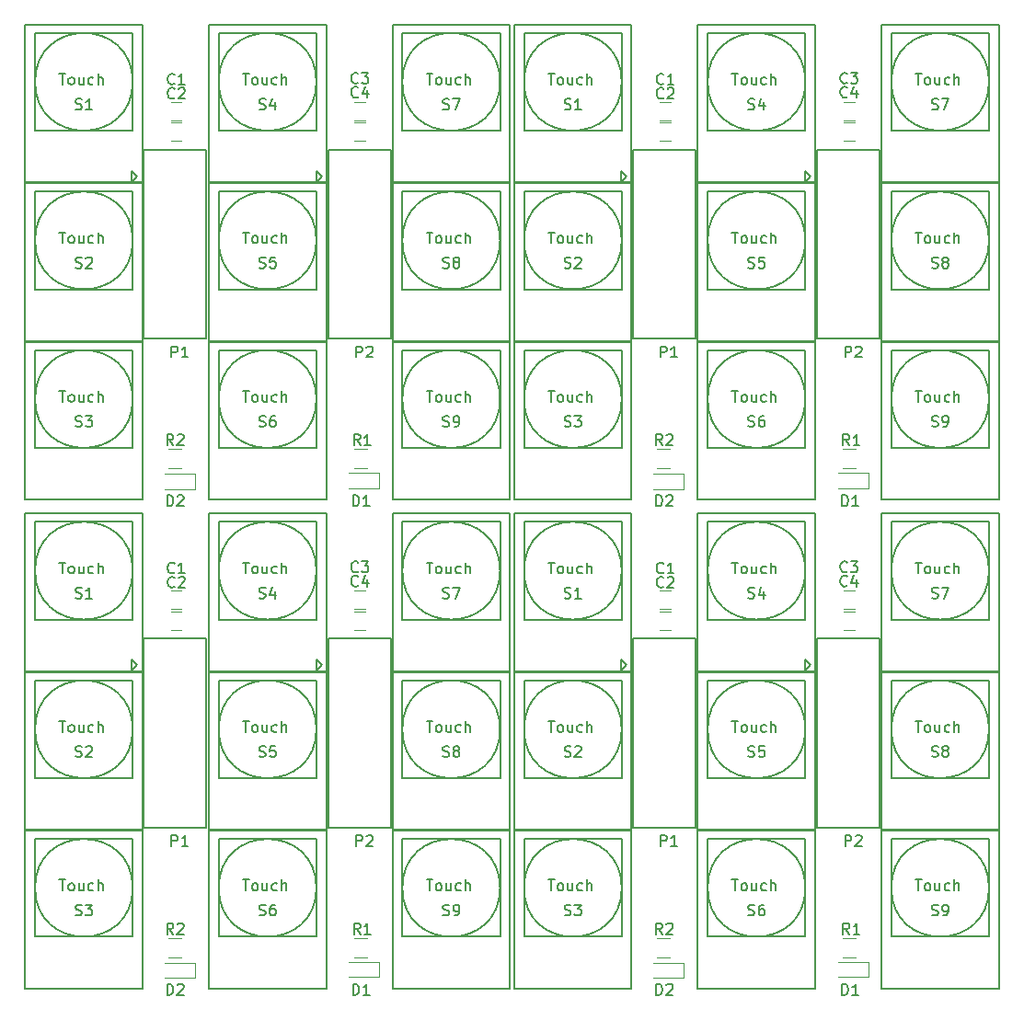
<source format=gto>
G04 #@! TF.FileFunction,Legend,Top*
%FSLAX46Y46*%
G04 Gerber Fmt 4.6, Leading zero omitted, Abs format (unit mm)*
G04 Created by KiCad (PCBNEW 4.0.2-stable) date 12/4/2017 4:29:08 PM*
%MOMM*%
G01*
G04 APERTURE LIST*
%ADD10C,0.100000*%
%ADD11C,0.120000*%
%ADD12C,0.150000*%
G04 APERTURE END LIST*
D10*
D11*
X176500000Y-107250000D02*
X175500000Y-107250000D01*
X175500000Y-108950000D02*
X176500000Y-108950000D01*
X159600000Y-109150000D02*
X158600000Y-109150000D01*
X158600000Y-110850000D02*
X159600000Y-110850000D01*
D12*
X163000000Y-109900000D02*
X172000000Y-109900000D01*
X163000000Y-100900000D02*
X172000000Y-100900000D01*
X163000000Y-100900000D02*
X163000000Y-109900000D01*
X172000000Y-105400000D02*
G75*
G03X172000000Y-105400000I-4500000J0D01*
G01*
X172900000Y-100150000D02*
X172900000Y-114650000D01*
X162100000Y-100150000D02*
X172900000Y-100150000D01*
X162100000Y-114650000D02*
X172900000Y-114650000D01*
X162100000Y-100150000D02*
X162100000Y-114650000D01*
X172000000Y-100900000D02*
X172000000Y-109900000D01*
X179900000Y-109900000D02*
X188900000Y-109900000D01*
X179900000Y-100900000D02*
X188900000Y-100900000D01*
X179900000Y-100900000D02*
X179900000Y-109900000D01*
X188900000Y-105400000D02*
G75*
G03X188900000Y-105400000I-4500000J0D01*
G01*
X189800000Y-100150000D02*
X189800000Y-114650000D01*
X179000000Y-100150000D02*
X189800000Y-100150000D01*
X179000000Y-114650000D02*
X189800000Y-114650000D01*
X179000000Y-100150000D02*
X179000000Y-114650000D01*
X188900000Y-100900000D02*
X188900000Y-109900000D01*
D11*
X176500000Y-109150000D02*
X175500000Y-109150000D01*
X175500000Y-110850000D02*
X176500000Y-110850000D01*
X159600000Y-107250000D02*
X158600000Y-107250000D01*
X158600000Y-108950000D02*
X159600000Y-108950000D01*
X177800000Y-142800000D02*
X177800000Y-141400000D01*
X177800000Y-141400000D02*
X175000000Y-141400000D01*
X177800000Y-142800000D02*
X175000000Y-142800000D01*
D12*
X163000000Y-124500000D02*
X172000000Y-124500000D01*
X163000000Y-115500000D02*
X172000000Y-115500000D01*
X163000000Y-115500000D02*
X163000000Y-124500000D01*
X172000000Y-120000000D02*
G75*
G03X172000000Y-120000000I-4500000J0D01*
G01*
X172900000Y-114750000D02*
X172900000Y-129250000D01*
X162100000Y-114750000D02*
X172900000Y-114750000D01*
X162100000Y-129250000D02*
X172900000Y-129250000D01*
X162100000Y-114750000D02*
X162100000Y-129250000D01*
X172000000Y-115500000D02*
X172000000Y-124500000D01*
X179900000Y-124500000D02*
X188900000Y-124500000D01*
X179900000Y-115500000D02*
X188900000Y-115500000D01*
X179900000Y-115500000D02*
X179900000Y-124500000D01*
X188900000Y-120000000D02*
G75*
G03X188900000Y-120000000I-4500000J0D01*
G01*
X189800000Y-114750000D02*
X189800000Y-129250000D01*
X179000000Y-114750000D02*
X189800000Y-114750000D01*
X179000000Y-129250000D02*
X189800000Y-129250000D01*
X179000000Y-114750000D02*
X179000000Y-129250000D01*
X188900000Y-115500000D02*
X188900000Y-124500000D01*
X163000000Y-139100000D02*
X172000000Y-139100000D01*
X163000000Y-130100000D02*
X172000000Y-130100000D01*
X163000000Y-130100000D02*
X163000000Y-139100000D01*
X172000000Y-134600000D02*
G75*
G03X172000000Y-134600000I-4500000J0D01*
G01*
X172900000Y-129350000D02*
X172900000Y-143850000D01*
X162100000Y-129350000D02*
X172900000Y-129350000D01*
X162100000Y-143850000D02*
X172900000Y-143850000D01*
X162100000Y-129350000D02*
X162100000Y-143850000D01*
X172000000Y-130100000D02*
X172000000Y-139100000D01*
X178850000Y-111650000D02*
X178850000Y-129050000D01*
X173100000Y-111650000D02*
X173100000Y-129050000D01*
X178850000Y-111650000D02*
X173100000Y-111650000D01*
X178850000Y-129050000D02*
X173100000Y-129050000D01*
X172000000Y-113600000D02*
X172000000Y-114600000D01*
X172500000Y-114100000D02*
X172000000Y-114600000D01*
X172500000Y-114100000D02*
X172000000Y-113600000D01*
X179900000Y-139100000D02*
X188900000Y-139100000D01*
X179900000Y-130100000D02*
X188900000Y-130100000D01*
X179900000Y-130100000D02*
X179900000Y-139100000D01*
X188900000Y-134600000D02*
G75*
G03X188900000Y-134600000I-4500000J0D01*
G01*
X189800000Y-129350000D02*
X189800000Y-143850000D01*
X179000000Y-129350000D02*
X189800000Y-129350000D01*
X179000000Y-143850000D02*
X189800000Y-143850000D01*
X179000000Y-129350000D02*
X179000000Y-143850000D01*
X188900000Y-130100000D02*
X188900000Y-139100000D01*
D11*
X175450000Y-139220000D02*
X176650000Y-139220000D01*
X176650000Y-140980000D02*
X175450000Y-140980000D01*
D12*
X101100000Y-124500000D02*
X110100000Y-124500000D01*
X101100000Y-115500000D02*
X110100000Y-115500000D01*
X101100000Y-115500000D02*
X101100000Y-124500000D01*
X110100000Y-120000000D02*
G75*
G03X110100000Y-120000000I-4500000J0D01*
G01*
X111000000Y-114750000D02*
X111000000Y-129250000D01*
X100200000Y-114750000D02*
X111000000Y-114750000D01*
X100200000Y-129250000D02*
X111000000Y-129250000D01*
X100200000Y-114750000D02*
X100200000Y-129250000D01*
X110100000Y-115500000D02*
X110100000Y-124500000D01*
D11*
X113350000Y-139220000D02*
X114550000Y-139220000D01*
X114550000Y-140980000D02*
X113350000Y-140980000D01*
D12*
X101100000Y-139100000D02*
X110100000Y-139100000D01*
X101100000Y-130100000D02*
X110100000Y-130100000D01*
X101100000Y-130100000D02*
X101100000Y-139100000D01*
X110100000Y-134600000D02*
G75*
G03X110100000Y-134600000I-4500000J0D01*
G01*
X111000000Y-129350000D02*
X111000000Y-143850000D01*
X100200000Y-129350000D02*
X111000000Y-129350000D01*
X100200000Y-143850000D02*
X111000000Y-143850000D01*
X100200000Y-129350000D02*
X100200000Y-143850000D01*
X110100000Y-130100000D02*
X110100000Y-139100000D01*
D11*
X115800000Y-142900000D02*
X115800000Y-141500000D01*
X115800000Y-141500000D02*
X113000000Y-141500000D01*
X115800000Y-142900000D02*
X113000000Y-142900000D01*
X160800000Y-142900000D02*
X160800000Y-141500000D01*
X160800000Y-141500000D02*
X158000000Y-141500000D01*
X160800000Y-142900000D02*
X158000000Y-142900000D01*
D12*
X146100000Y-139100000D02*
X155100000Y-139100000D01*
X146100000Y-130100000D02*
X155100000Y-130100000D01*
X146100000Y-130100000D02*
X146100000Y-139100000D01*
X155100000Y-134600000D02*
G75*
G03X155100000Y-134600000I-4500000J0D01*
G01*
X156000000Y-129350000D02*
X156000000Y-143850000D01*
X145200000Y-129350000D02*
X156000000Y-129350000D01*
X145200000Y-143850000D02*
X156000000Y-143850000D01*
X145200000Y-129350000D02*
X145200000Y-143850000D01*
X155100000Y-130100000D02*
X155100000Y-139100000D01*
X161850000Y-111650000D02*
X161850000Y-129050000D01*
X156100000Y-111650000D02*
X156100000Y-129050000D01*
X161850000Y-111650000D02*
X156100000Y-111650000D01*
X161850000Y-129050000D02*
X156100000Y-129050000D01*
X155000000Y-113600000D02*
X155000000Y-114600000D01*
X155500000Y-114100000D02*
X155000000Y-114600000D01*
X155500000Y-114100000D02*
X155000000Y-113600000D01*
D11*
X130450000Y-139220000D02*
X131650000Y-139220000D01*
X131650000Y-140980000D02*
X130450000Y-140980000D01*
D12*
X134900000Y-139100000D02*
X143900000Y-139100000D01*
X134900000Y-130100000D02*
X143900000Y-130100000D01*
X134900000Y-130100000D02*
X134900000Y-139100000D01*
X143900000Y-134600000D02*
G75*
G03X143900000Y-134600000I-4500000J0D01*
G01*
X144800000Y-129350000D02*
X144800000Y-143850000D01*
X134000000Y-129350000D02*
X144800000Y-129350000D01*
X134000000Y-143850000D02*
X144800000Y-143850000D01*
X134000000Y-129350000D02*
X134000000Y-143850000D01*
X143900000Y-130100000D02*
X143900000Y-139100000D01*
X146100000Y-124500000D02*
X155100000Y-124500000D01*
X146100000Y-115500000D02*
X155100000Y-115500000D01*
X146100000Y-115500000D02*
X146100000Y-124500000D01*
X155100000Y-120000000D02*
G75*
G03X155100000Y-120000000I-4500000J0D01*
G01*
X156000000Y-114750000D02*
X156000000Y-129250000D01*
X145200000Y-114750000D02*
X156000000Y-114750000D01*
X145200000Y-129250000D02*
X156000000Y-129250000D01*
X145200000Y-114750000D02*
X145200000Y-129250000D01*
X155100000Y-115500000D02*
X155100000Y-124500000D01*
D11*
X158350000Y-139220000D02*
X159550000Y-139220000D01*
X159550000Y-140980000D02*
X158350000Y-140980000D01*
X132800000Y-142800000D02*
X132800000Y-141400000D01*
X132800000Y-141400000D02*
X130000000Y-141400000D01*
X132800000Y-142800000D02*
X130000000Y-142800000D01*
X114600000Y-107250000D02*
X113600000Y-107250000D01*
X113600000Y-108950000D02*
X114600000Y-108950000D01*
D12*
X101100000Y-109900000D02*
X110100000Y-109900000D01*
X101100000Y-100900000D02*
X110100000Y-100900000D01*
X101100000Y-100900000D02*
X101100000Y-109900000D01*
X110100000Y-105400000D02*
G75*
G03X110100000Y-105400000I-4500000J0D01*
G01*
X111000000Y-100150000D02*
X111000000Y-114650000D01*
X100200000Y-100150000D02*
X111000000Y-100150000D01*
X100200000Y-114650000D02*
X111000000Y-114650000D01*
X100200000Y-100150000D02*
X100200000Y-114650000D01*
X110100000Y-100900000D02*
X110100000Y-109900000D01*
D11*
X114600000Y-109150000D02*
X113600000Y-109150000D01*
X113600000Y-110850000D02*
X114600000Y-110850000D01*
D12*
X116850000Y-111650000D02*
X116850000Y-129050000D01*
X111100000Y-111650000D02*
X111100000Y-129050000D01*
X116850000Y-111650000D02*
X111100000Y-111650000D01*
X116850000Y-129050000D02*
X111100000Y-129050000D01*
X110000000Y-113600000D02*
X110000000Y-114600000D01*
X110500000Y-114100000D02*
X110000000Y-114600000D01*
X110500000Y-114100000D02*
X110000000Y-113600000D01*
X118000000Y-139100000D02*
X127000000Y-139100000D01*
X118000000Y-130100000D02*
X127000000Y-130100000D01*
X118000000Y-130100000D02*
X118000000Y-139100000D01*
X127000000Y-134600000D02*
G75*
G03X127000000Y-134600000I-4500000J0D01*
G01*
X127900000Y-129350000D02*
X127900000Y-143850000D01*
X117100000Y-129350000D02*
X127900000Y-129350000D01*
X117100000Y-143850000D02*
X127900000Y-143850000D01*
X117100000Y-129350000D02*
X117100000Y-143850000D01*
X127000000Y-130100000D02*
X127000000Y-139100000D01*
X134900000Y-124500000D02*
X143900000Y-124500000D01*
X134900000Y-115500000D02*
X143900000Y-115500000D01*
X134900000Y-115500000D02*
X134900000Y-124500000D01*
X143900000Y-120000000D02*
G75*
G03X143900000Y-120000000I-4500000J0D01*
G01*
X144800000Y-114750000D02*
X144800000Y-129250000D01*
X134000000Y-114750000D02*
X144800000Y-114750000D01*
X134000000Y-129250000D02*
X144800000Y-129250000D01*
X134000000Y-114750000D02*
X134000000Y-129250000D01*
X143900000Y-115500000D02*
X143900000Y-124500000D01*
X118000000Y-124500000D02*
X127000000Y-124500000D01*
X118000000Y-115500000D02*
X127000000Y-115500000D01*
X118000000Y-115500000D02*
X118000000Y-124500000D01*
X127000000Y-120000000D02*
G75*
G03X127000000Y-120000000I-4500000J0D01*
G01*
X127900000Y-114750000D02*
X127900000Y-129250000D01*
X117100000Y-114750000D02*
X127900000Y-114750000D01*
X117100000Y-129250000D02*
X127900000Y-129250000D01*
X117100000Y-114750000D02*
X117100000Y-129250000D01*
X127000000Y-115500000D02*
X127000000Y-124500000D01*
X133850000Y-111650000D02*
X133850000Y-129050000D01*
X128100000Y-111650000D02*
X128100000Y-129050000D01*
X133850000Y-111650000D02*
X128100000Y-111650000D01*
X133850000Y-129050000D02*
X128100000Y-129050000D01*
X127000000Y-113600000D02*
X127000000Y-114600000D01*
X127500000Y-114100000D02*
X127000000Y-114600000D01*
X127500000Y-114100000D02*
X127000000Y-113600000D01*
X146100000Y-109900000D02*
X155100000Y-109900000D01*
X146100000Y-100900000D02*
X155100000Y-100900000D01*
X146100000Y-100900000D02*
X146100000Y-109900000D01*
X155100000Y-105400000D02*
G75*
G03X155100000Y-105400000I-4500000J0D01*
G01*
X156000000Y-100150000D02*
X156000000Y-114650000D01*
X145200000Y-100150000D02*
X156000000Y-100150000D01*
X145200000Y-114650000D02*
X156000000Y-114650000D01*
X145200000Y-100150000D02*
X145200000Y-114650000D01*
X155100000Y-100900000D02*
X155100000Y-109900000D01*
D11*
X131500000Y-109150000D02*
X130500000Y-109150000D01*
X130500000Y-110850000D02*
X131500000Y-110850000D01*
D12*
X134900000Y-109900000D02*
X143900000Y-109900000D01*
X134900000Y-100900000D02*
X143900000Y-100900000D01*
X134900000Y-100900000D02*
X134900000Y-109900000D01*
X143900000Y-105400000D02*
G75*
G03X143900000Y-105400000I-4500000J0D01*
G01*
X144800000Y-100150000D02*
X144800000Y-114650000D01*
X134000000Y-100150000D02*
X144800000Y-100150000D01*
X134000000Y-114650000D02*
X144800000Y-114650000D01*
X134000000Y-100150000D02*
X134000000Y-114650000D01*
X143900000Y-100900000D02*
X143900000Y-109900000D01*
X118000000Y-109900000D02*
X127000000Y-109900000D01*
X118000000Y-100900000D02*
X127000000Y-100900000D01*
X118000000Y-100900000D02*
X118000000Y-109900000D01*
X127000000Y-105400000D02*
G75*
G03X127000000Y-105400000I-4500000J0D01*
G01*
X127900000Y-100150000D02*
X127900000Y-114650000D01*
X117100000Y-100150000D02*
X127900000Y-100150000D01*
X117100000Y-114650000D02*
X127900000Y-114650000D01*
X117100000Y-100150000D02*
X117100000Y-114650000D01*
X127000000Y-100900000D02*
X127000000Y-109900000D01*
D11*
X131500000Y-107250000D02*
X130500000Y-107250000D01*
X130500000Y-108950000D02*
X131500000Y-108950000D01*
D12*
X161850000Y-66650000D02*
X161850000Y-84050000D01*
X156100000Y-66650000D02*
X156100000Y-84050000D01*
X161850000Y-66650000D02*
X156100000Y-66650000D01*
X161850000Y-84050000D02*
X156100000Y-84050000D01*
X155000000Y-68600000D02*
X155000000Y-69600000D01*
X155500000Y-69100000D02*
X155000000Y-69600000D01*
X155500000Y-69100000D02*
X155000000Y-68600000D01*
D11*
X160800000Y-97900000D02*
X160800000Y-96500000D01*
X160800000Y-96500000D02*
X158000000Y-96500000D01*
X160800000Y-97900000D02*
X158000000Y-97900000D01*
X158350000Y-94220000D02*
X159550000Y-94220000D01*
X159550000Y-95980000D02*
X158350000Y-95980000D01*
D12*
X146100000Y-79500000D02*
X155100000Y-79500000D01*
X146100000Y-70500000D02*
X155100000Y-70500000D01*
X146100000Y-70500000D02*
X146100000Y-79500000D01*
X155100000Y-75000000D02*
G75*
G03X155100000Y-75000000I-4500000J0D01*
G01*
X156000000Y-69750000D02*
X156000000Y-84250000D01*
X145200000Y-69750000D02*
X156000000Y-69750000D01*
X145200000Y-84250000D02*
X156000000Y-84250000D01*
X145200000Y-69750000D02*
X145200000Y-84250000D01*
X155100000Y-70500000D02*
X155100000Y-79500000D01*
X146100000Y-94100000D02*
X155100000Y-94100000D01*
X146100000Y-85100000D02*
X155100000Y-85100000D01*
X146100000Y-85100000D02*
X146100000Y-94100000D01*
X155100000Y-89600000D02*
G75*
G03X155100000Y-89600000I-4500000J0D01*
G01*
X156000000Y-84350000D02*
X156000000Y-98850000D01*
X145200000Y-84350000D02*
X156000000Y-84350000D01*
X145200000Y-98850000D02*
X156000000Y-98850000D01*
X145200000Y-84350000D02*
X145200000Y-98850000D01*
X155100000Y-85100000D02*
X155100000Y-94100000D01*
D11*
X159600000Y-64150000D02*
X158600000Y-64150000D01*
X158600000Y-65850000D02*
X159600000Y-65850000D01*
D12*
X146100000Y-64900000D02*
X155100000Y-64900000D01*
X146100000Y-55900000D02*
X155100000Y-55900000D01*
X146100000Y-55900000D02*
X146100000Y-64900000D01*
X155100000Y-60400000D02*
G75*
G03X155100000Y-60400000I-4500000J0D01*
G01*
X156000000Y-55150000D02*
X156000000Y-69650000D01*
X145200000Y-55150000D02*
X156000000Y-55150000D01*
X145200000Y-69650000D02*
X156000000Y-69650000D01*
X145200000Y-55150000D02*
X145200000Y-69650000D01*
X155100000Y-55900000D02*
X155100000Y-64900000D01*
D11*
X159600000Y-62250000D02*
X158600000Y-62250000D01*
X158600000Y-63950000D02*
X159600000Y-63950000D01*
D12*
X178850000Y-66650000D02*
X178850000Y-84050000D01*
X173100000Y-66650000D02*
X173100000Y-84050000D01*
X178850000Y-66650000D02*
X173100000Y-66650000D01*
X178850000Y-84050000D02*
X173100000Y-84050000D01*
X172000000Y-68600000D02*
X172000000Y-69600000D01*
X172500000Y-69100000D02*
X172000000Y-69600000D01*
X172500000Y-69100000D02*
X172000000Y-68600000D01*
X163000000Y-79500000D02*
X172000000Y-79500000D01*
X163000000Y-70500000D02*
X172000000Y-70500000D01*
X163000000Y-70500000D02*
X163000000Y-79500000D01*
X172000000Y-75000000D02*
G75*
G03X172000000Y-75000000I-4500000J0D01*
G01*
X172900000Y-69750000D02*
X172900000Y-84250000D01*
X162100000Y-69750000D02*
X172900000Y-69750000D01*
X162100000Y-84250000D02*
X172900000Y-84250000D01*
X162100000Y-69750000D02*
X162100000Y-84250000D01*
X172000000Y-70500000D02*
X172000000Y-79500000D01*
X179900000Y-79500000D02*
X188900000Y-79500000D01*
X179900000Y-70500000D02*
X188900000Y-70500000D01*
X179900000Y-70500000D02*
X179900000Y-79500000D01*
X188900000Y-75000000D02*
G75*
G03X188900000Y-75000000I-4500000J0D01*
G01*
X189800000Y-69750000D02*
X189800000Y-84250000D01*
X179000000Y-69750000D02*
X189800000Y-69750000D01*
X179000000Y-84250000D02*
X189800000Y-84250000D01*
X179000000Y-69750000D02*
X179000000Y-84250000D01*
X188900000Y-70500000D02*
X188900000Y-79500000D01*
X163000000Y-94100000D02*
X172000000Y-94100000D01*
X163000000Y-85100000D02*
X172000000Y-85100000D01*
X163000000Y-85100000D02*
X163000000Y-94100000D01*
X172000000Y-89600000D02*
G75*
G03X172000000Y-89600000I-4500000J0D01*
G01*
X172900000Y-84350000D02*
X172900000Y-98850000D01*
X162100000Y-84350000D02*
X172900000Y-84350000D01*
X162100000Y-98850000D02*
X172900000Y-98850000D01*
X162100000Y-84350000D02*
X162100000Y-98850000D01*
X172000000Y-85100000D02*
X172000000Y-94100000D01*
D11*
X177800000Y-97800000D02*
X177800000Y-96400000D01*
X177800000Y-96400000D02*
X175000000Y-96400000D01*
X177800000Y-97800000D02*
X175000000Y-97800000D01*
X175450000Y-94220000D02*
X176650000Y-94220000D01*
X176650000Y-95980000D02*
X175450000Y-95980000D01*
D12*
X179900000Y-94100000D02*
X188900000Y-94100000D01*
X179900000Y-85100000D02*
X188900000Y-85100000D01*
X179900000Y-85100000D02*
X179900000Y-94100000D01*
X188900000Y-89600000D02*
G75*
G03X188900000Y-89600000I-4500000J0D01*
G01*
X189800000Y-84350000D02*
X189800000Y-98850000D01*
X179000000Y-84350000D02*
X189800000Y-84350000D01*
X179000000Y-98850000D02*
X189800000Y-98850000D01*
X179000000Y-84350000D02*
X179000000Y-98850000D01*
X188900000Y-85100000D02*
X188900000Y-94100000D01*
D11*
X176500000Y-62250000D02*
X175500000Y-62250000D01*
X175500000Y-63950000D02*
X176500000Y-63950000D01*
D12*
X163000000Y-64900000D02*
X172000000Y-64900000D01*
X163000000Y-55900000D02*
X172000000Y-55900000D01*
X163000000Y-55900000D02*
X163000000Y-64900000D01*
X172000000Y-60400000D02*
G75*
G03X172000000Y-60400000I-4500000J0D01*
G01*
X172900000Y-55150000D02*
X172900000Y-69650000D01*
X162100000Y-55150000D02*
X172900000Y-55150000D01*
X162100000Y-69650000D02*
X172900000Y-69650000D01*
X162100000Y-55150000D02*
X162100000Y-69650000D01*
X172000000Y-55900000D02*
X172000000Y-64900000D01*
D11*
X176500000Y-64150000D02*
X175500000Y-64150000D01*
X175500000Y-65850000D02*
X176500000Y-65850000D01*
D12*
X179900000Y-64900000D02*
X188900000Y-64900000D01*
X179900000Y-55900000D02*
X188900000Y-55900000D01*
X179900000Y-55900000D02*
X179900000Y-64900000D01*
X188900000Y-60400000D02*
G75*
G03X188900000Y-60400000I-4500000J0D01*
G01*
X189800000Y-55150000D02*
X189800000Y-69650000D01*
X179000000Y-55150000D02*
X189800000Y-55150000D01*
X179000000Y-69650000D02*
X189800000Y-69650000D01*
X179000000Y-55150000D02*
X179000000Y-69650000D01*
X188900000Y-55900000D02*
X188900000Y-64900000D01*
D11*
X132800000Y-97800000D02*
X132800000Y-96400000D01*
X132800000Y-96400000D02*
X130000000Y-96400000D01*
X132800000Y-97800000D02*
X130000000Y-97800000D01*
X115800000Y-97900000D02*
X115800000Y-96500000D01*
X115800000Y-96500000D02*
X113000000Y-96500000D01*
X115800000Y-97900000D02*
X113000000Y-97900000D01*
X130450000Y-94220000D02*
X131650000Y-94220000D01*
X131650000Y-95980000D02*
X130450000Y-95980000D01*
X113350000Y-94220000D02*
X114550000Y-94220000D01*
X114550000Y-95980000D02*
X113350000Y-95980000D01*
X114600000Y-62250000D02*
X113600000Y-62250000D01*
X113600000Y-63950000D02*
X114600000Y-63950000D01*
X114600000Y-64150000D02*
X113600000Y-64150000D01*
X113600000Y-65850000D02*
X114600000Y-65850000D01*
X131500000Y-62250000D02*
X130500000Y-62250000D01*
X130500000Y-63950000D02*
X131500000Y-63950000D01*
X131500000Y-64150000D02*
X130500000Y-64150000D01*
X130500000Y-65850000D02*
X131500000Y-65850000D01*
D12*
X134900000Y-94100000D02*
X143900000Y-94100000D01*
X134900000Y-85100000D02*
X143900000Y-85100000D01*
X134900000Y-85100000D02*
X134900000Y-94100000D01*
X143900000Y-89600000D02*
G75*
G03X143900000Y-89600000I-4500000J0D01*
G01*
X144800000Y-84350000D02*
X144800000Y-98850000D01*
X134000000Y-84350000D02*
X144800000Y-84350000D01*
X134000000Y-98850000D02*
X144800000Y-98850000D01*
X134000000Y-84350000D02*
X134000000Y-98850000D01*
X143900000Y-85100000D02*
X143900000Y-94100000D01*
X134900000Y-79500000D02*
X143900000Y-79500000D01*
X134900000Y-70500000D02*
X143900000Y-70500000D01*
X134900000Y-70500000D02*
X134900000Y-79500000D01*
X143900000Y-75000000D02*
G75*
G03X143900000Y-75000000I-4500000J0D01*
G01*
X144800000Y-69750000D02*
X144800000Y-84250000D01*
X134000000Y-69750000D02*
X144800000Y-69750000D01*
X134000000Y-84250000D02*
X144800000Y-84250000D01*
X134000000Y-69750000D02*
X134000000Y-84250000D01*
X143900000Y-70500000D02*
X143900000Y-79500000D01*
X134900000Y-64900000D02*
X143900000Y-64900000D01*
X134900000Y-55900000D02*
X143900000Y-55900000D01*
X134900000Y-55900000D02*
X134900000Y-64900000D01*
X143900000Y-60400000D02*
G75*
G03X143900000Y-60400000I-4500000J0D01*
G01*
X144800000Y-55150000D02*
X144800000Y-69650000D01*
X134000000Y-55150000D02*
X144800000Y-55150000D01*
X134000000Y-69650000D02*
X144800000Y-69650000D01*
X134000000Y-55150000D02*
X134000000Y-69650000D01*
X143900000Y-55900000D02*
X143900000Y-64900000D01*
X118000000Y-94100000D02*
X127000000Y-94100000D01*
X118000000Y-85100000D02*
X127000000Y-85100000D01*
X118000000Y-85100000D02*
X118000000Y-94100000D01*
X127000000Y-89600000D02*
G75*
G03X127000000Y-89600000I-4500000J0D01*
G01*
X127900000Y-84350000D02*
X127900000Y-98850000D01*
X117100000Y-84350000D02*
X127900000Y-84350000D01*
X117100000Y-98850000D02*
X127900000Y-98850000D01*
X117100000Y-84350000D02*
X117100000Y-98850000D01*
X127000000Y-85100000D02*
X127000000Y-94100000D01*
X118000000Y-79500000D02*
X127000000Y-79500000D01*
X118000000Y-70500000D02*
X127000000Y-70500000D01*
X118000000Y-70500000D02*
X118000000Y-79500000D01*
X127000000Y-75000000D02*
G75*
G03X127000000Y-75000000I-4500000J0D01*
G01*
X127900000Y-69750000D02*
X127900000Y-84250000D01*
X117100000Y-69750000D02*
X127900000Y-69750000D01*
X117100000Y-84250000D02*
X127900000Y-84250000D01*
X117100000Y-69750000D02*
X117100000Y-84250000D01*
X127000000Y-70500000D02*
X127000000Y-79500000D01*
X118000000Y-64900000D02*
X127000000Y-64900000D01*
X118000000Y-55900000D02*
X127000000Y-55900000D01*
X118000000Y-55900000D02*
X118000000Y-64900000D01*
X127000000Y-60400000D02*
G75*
G03X127000000Y-60400000I-4500000J0D01*
G01*
X127900000Y-55150000D02*
X127900000Y-69650000D01*
X117100000Y-55150000D02*
X127900000Y-55150000D01*
X117100000Y-69650000D02*
X127900000Y-69650000D01*
X117100000Y-55150000D02*
X117100000Y-69650000D01*
X127000000Y-55900000D02*
X127000000Y-64900000D01*
X101100000Y-94100000D02*
X110100000Y-94100000D01*
X101100000Y-85100000D02*
X110100000Y-85100000D01*
X101100000Y-85100000D02*
X101100000Y-94100000D01*
X110100000Y-89600000D02*
G75*
G03X110100000Y-89600000I-4500000J0D01*
G01*
X111000000Y-84350000D02*
X111000000Y-98850000D01*
X100200000Y-84350000D02*
X111000000Y-84350000D01*
X100200000Y-98850000D02*
X111000000Y-98850000D01*
X100200000Y-84350000D02*
X100200000Y-98850000D01*
X110100000Y-85100000D02*
X110100000Y-94100000D01*
X101100000Y-79500000D02*
X110100000Y-79500000D01*
X101100000Y-70500000D02*
X110100000Y-70500000D01*
X101100000Y-70500000D02*
X101100000Y-79500000D01*
X110100000Y-75000000D02*
G75*
G03X110100000Y-75000000I-4500000J0D01*
G01*
X111000000Y-69750000D02*
X111000000Y-84250000D01*
X100200000Y-69750000D02*
X111000000Y-69750000D01*
X100200000Y-84250000D02*
X111000000Y-84250000D01*
X100200000Y-69750000D02*
X100200000Y-84250000D01*
X110100000Y-70500000D02*
X110100000Y-79500000D01*
X101100000Y-64900000D02*
X110100000Y-64900000D01*
X101100000Y-55900000D02*
X110100000Y-55900000D01*
X101100000Y-55900000D02*
X101100000Y-64900000D01*
X110100000Y-60400000D02*
G75*
G03X110100000Y-60400000I-4500000J0D01*
G01*
X111000000Y-55150000D02*
X111000000Y-69650000D01*
X100200000Y-55150000D02*
X111000000Y-55150000D01*
X100200000Y-69650000D02*
X111000000Y-69650000D01*
X100200000Y-55150000D02*
X100200000Y-69650000D01*
X110100000Y-55900000D02*
X110100000Y-64900000D01*
X133850000Y-66650000D02*
X133850000Y-84050000D01*
X128100000Y-66650000D02*
X128100000Y-84050000D01*
X133850000Y-66650000D02*
X128100000Y-66650000D01*
X133850000Y-84050000D02*
X128100000Y-84050000D01*
X127000000Y-68600000D02*
X127000000Y-69600000D01*
X127500000Y-69100000D02*
X127000000Y-69600000D01*
X127500000Y-69100000D02*
X127000000Y-68600000D01*
X116850000Y-66650000D02*
X116850000Y-84050000D01*
X111100000Y-66650000D02*
X111100000Y-84050000D01*
X116850000Y-66650000D02*
X111100000Y-66650000D01*
X116850000Y-84050000D02*
X111100000Y-84050000D01*
X110000000Y-68600000D02*
X110000000Y-69600000D01*
X110500000Y-69100000D02*
X110000000Y-69600000D01*
X110500000Y-69100000D02*
X110000000Y-68600000D01*
X175833334Y-105457143D02*
X175785715Y-105504762D01*
X175642858Y-105552381D01*
X175547620Y-105552381D01*
X175404762Y-105504762D01*
X175309524Y-105409524D01*
X175261905Y-105314286D01*
X175214286Y-105123810D01*
X175214286Y-104980952D01*
X175261905Y-104790476D01*
X175309524Y-104695238D01*
X175404762Y-104600000D01*
X175547620Y-104552381D01*
X175642858Y-104552381D01*
X175785715Y-104600000D01*
X175833334Y-104647619D01*
X176166667Y-104552381D02*
X176785715Y-104552381D01*
X176452381Y-104933333D01*
X176595239Y-104933333D01*
X176690477Y-104980952D01*
X176738096Y-105028571D01*
X176785715Y-105123810D01*
X176785715Y-105361905D01*
X176738096Y-105457143D01*
X176690477Y-105504762D01*
X176595239Y-105552381D01*
X176309524Y-105552381D01*
X176214286Y-105504762D01*
X176166667Y-105457143D01*
X158933334Y-106857143D02*
X158885715Y-106904762D01*
X158742858Y-106952381D01*
X158647620Y-106952381D01*
X158504762Y-106904762D01*
X158409524Y-106809524D01*
X158361905Y-106714286D01*
X158314286Y-106523810D01*
X158314286Y-106380952D01*
X158361905Y-106190476D01*
X158409524Y-106095238D01*
X158504762Y-106000000D01*
X158647620Y-105952381D01*
X158742858Y-105952381D01*
X158885715Y-106000000D01*
X158933334Y-106047619D01*
X159314286Y-106047619D02*
X159361905Y-106000000D01*
X159457143Y-105952381D01*
X159695239Y-105952381D01*
X159790477Y-106000000D01*
X159838096Y-106047619D01*
X159885715Y-106142857D01*
X159885715Y-106238095D01*
X159838096Y-106380952D01*
X159266667Y-106952381D01*
X159885715Y-106952381D01*
X166738095Y-107904762D02*
X166880952Y-107952381D01*
X167119048Y-107952381D01*
X167214286Y-107904762D01*
X167261905Y-107857143D01*
X167309524Y-107761905D01*
X167309524Y-107666667D01*
X167261905Y-107571429D01*
X167214286Y-107523810D01*
X167119048Y-107476190D01*
X166928571Y-107428571D01*
X166833333Y-107380952D01*
X166785714Y-107333333D01*
X166738095Y-107238095D01*
X166738095Y-107142857D01*
X166785714Y-107047619D01*
X166833333Y-107000000D01*
X166928571Y-106952381D01*
X167166667Y-106952381D01*
X167309524Y-107000000D01*
X168166667Y-107285714D02*
X168166667Y-107952381D01*
X167928571Y-106904762D02*
X167690476Y-107619048D01*
X168309524Y-107619048D01*
X165228571Y-104652381D02*
X165800000Y-104652381D01*
X165514285Y-105652381D02*
X165514285Y-104652381D01*
X166276190Y-105652381D02*
X166180952Y-105604762D01*
X166133333Y-105557143D01*
X166085714Y-105461905D01*
X166085714Y-105176190D01*
X166133333Y-105080952D01*
X166180952Y-105033333D01*
X166276190Y-104985714D01*
X166419048Y-104985714D01*
X166514286Y-105033333D01*
X166561905Y-105080952D01*
X166609524Y-105176190D01*
X166609524Y-105461905D01*
X166561905Y-105557143D01*
X166514286Y-105604762D01*
X166419048Y-105652381D01*
X166276190Y-105652381D01*
X167466667Y-104985714D02*
X167466667Y-105652381D01*
X167038095Y-104985714D02*
X167038095Y-105509524D01*
X167085714Y-105604762D01*
X167180952Y-105652381D01*
X167323810Y-105652381D01*
X167419048Y-105604762D01*
X167466667Y-105557143D01*
X168371429Y-105604762D02*
X168276191Y-105652381D01*
X168085714Y-105652381D01*
X167990476Y-105604762D01*
X167942857Y-105557143D01*
X167895238Y-105461905D01*
X167895238Y-105176190D01*
X167942857Y-105080952D01*
X167990476Y-105033333D01*
X168085714Y-104985714D01*
X168276191Y-104985714D01*
X168371429Y-105033333D01*
X168800000Y-105652381D02*
X168800000Y-104652381D01*
X169228572Y-105652381D02*
X169228572Y-105128571D01*
X169180953Y-105033333D01*
X169085715Y-104985714D01*
X168942857Y-104985714D01*
X168847619Y-105033333D01*
X168800000Y-105080952D01*
X183638095Y-107904762D02*
X183780952Y-107952381D01*
X184019048Y-107952381D01*
X184114286Y-107904762D01*
X184161905Y-107857143D01*
X184209524Y-107761905D01*
X184209524Y-107666667D01*
X184161905Y-107571429D01*
X184114286Y-107523810D01*
X184019048Y-107476190D01*
X183828571Y-107428571D01*
X183733333Y-107380952D01*
X183685714Y-107333333D01*
X183638095Y-107238095D01*
X183638095Y-107142857D01*
X183685714Y-107047619D01*
X183733333Y-107000000D01*
X183828571Y-106952381D01*
X184066667Y-106952381D01*
X184209524Y-107000000D01*
X184542857Y-106952381D02*
X185209524Y-106952381D01*
X184780952Y-107952381D01*
X182128571Y-104652381D02*
X182700000Y-104652381D01*
X182414285Y-105652381D02*
X182414285Y-104652381D01*
X183176190Y-105652381D02*
X183080952Y-105604762D01*
X183033333Y-105557143D01*
X182985714Y-105461905D01*
X182985714Y-105176190D01*
X183033333Y-105080952D01*
X183080952Y-105033333D01*
X183176190Y-104985714D01*
X183319048Y-104985714D01*
X183414286Y-105033333D01*
X183461905Y-105080952D01*
X183509524Y-105176190D01*
X183509524Y-105461905D01*
X183461905Y-105557143D01*
X183414286Y-105604762D01*
X183319048Y-105652381D01*
X183176190Y-105652381D01*
X184366667Y-104985714D02*
X184366667Y-105652381D01*
X183938095Y-104985714D02*
X183938095Y-105509524D01*
X183985714Y-105604762D01*
X184080952Y-105652381D01*
X184223810Y-105652381D01*
X184319048Y-105604762D01*
X184366667Y-105557143D01*
X185271429Y-105604762D02*
X185176191Y-105652381D01*
X184985714Y-105652381D01*
X184890476Y-105604762D01*
X184842857Y-105557143D01*
X184795238Y-105461905D01*
X184795238Y-105176190D01*
X184842857Y-105080952D01*
X184890476Y-105033333D01*
X184985714Y-104985714D01*
X185176191Y-104985714D01*
X185271429Y-105033333D01*
X185700000Y-105652381D02*
X185700000Y-104652381D01*
X186128572Y-105652381D02*
X186128572Y-105128571D01*
X186080953Y-105033333D01*
X185985715Y-104985714D01*
X185842857Y-104985714D01*
X185747619Y-105033333D01*
X185700000Y-105080952D01*
X175833334Y-106757143D02*
X175785715Y-106804762D01*
X175642858Y-106852381D01*
X175547620Y-106852381D01*
X175404762Y-106804762D01*
X175309524Y-106709524D01*
X175261905Y-106614286D01*
X175214286Y-106423810D01*
X175214286Y-106280952D01*
X175261905Y-106090476D01*
X175309524Y-105995238D01*
X175404762Y-105900000D01*
X175547620Y-105852381D01*
X175642858Y-105852381D01*
X175785715Y-105900000D01*
X175833334Y-105947619D01*
X176690477Y-106185714D02*
X176690477Y-106852381D01*
X176452381Y-105804762D02*
X176214286Y-106519048D01*
X176833334Y-106519048D01*
X158933334Y-105557143D02*
X158885715Y-105604762D01*
X158742858Y-105652381D01*
X158647620Y-105652381D01*
X158504762Y-105604762D01*
X158409524Y-105509524D01*
X158361905Y-105414286D01*
X158314286Y-105223810D01*
X158314286Y-105080952D01*
X158361905Y-104890476D01*
X158409524Y-104795238D01*
X158504762Y-104700000D01*
X158647620Y-104652381D01*
X158742858Y-104652381D01*
X158885715Y-104700000D01*
X158933334Y-104747619D01*
X159885715Y-105652381D02*
X159314286Y-105652381D01*
X159600000Y-105652381D02*
X159600000Y-104652381D01*
X159504762Y-104795238D01*
X159409524Y-104890476D01*
X159314286Y-104938095D01*
X175361905Y-144452381D02*
X175361905Y-143452381D01*
X175600000Y-143452381D01*
X175742858Y-143500000D01*
X175838096Y-143595238D01*
X175885715Y-143690476D01*
X175933334Y-143880952D01*
X175933334Y-144023810D01*
X175885715Y-144214286D01*
X175838096Y-144309524D01*
X175742858Y-144404762D01*
X175600000Y-144452381D01*
X175361905Y-144452381D01*
X176885715Y-144452381D02*
X176314286Y-144452381D01*
X176600000Y-144452381D02*
X176600000Y-143452381D01*
X176504762Y-143595238D01*
X176409524Y-143690476D01*
X176314286Y-143738095D01*
X166738095Y-122504762D02*
X166880952Y-122552381D01*
X167119048Y-122552381D01*
X167214286Y-122504762D01*
X167261905Y-122457143D01*
X167309524Y-122361905D01*
X167309524Y-122266667D01*
X167261905Y-122171429D01*
X167214286Y-122123810D01*
X167119048Y-122076190D01*
X166928571Y-122028571D01*
X166833333Y-121980952D01*
X166785714Y-121933333D01*
X166738095Y-121838095D01*
X166738095Y-121742857D01*
X166785714Y-121647619D01*
X166833333Y-121600000D01*
X166928571Y-121552381D01*
X167166667Y-121552381D01*
X167309524Y-121600000D01*
X168214286Y-121552381D02*
X167738095Y-121552381D01*
X167690476Y-122028571D01*
X167738095Y-121980952D01*
X167833333Y-121933333D01*
X168071429Y-121933333D01*
X168166667Y-121980952D01*
X168214286Y-122028571D01*
X168261905Y-122123810D01*
X168261905Y-122361905D01*
X168214286Y-122457143D01*
X168166667Y-122504762D01*
X168071429Y-122552381D01*
X167833333Y-122552381D01*
X167738095Y-122504762D01*
X167690476Y-122457143D01*
X165228571Y-119252381D02*
X165800000Y-119252381D01*
X165514285Y-120252381D02*
X165514285Y-119252381D01*
X166276190Y-120252381D02*
X166180952Y-120204762D01*
X166133333Y-120157143D01*
X166085714Y-120061905D01*
X166085714Y-119776190D01*
X166133333Y-119680952D01*
X166180952Y-119633333D01*
X166276190Y-119585714D01*
X166419048Y-119585714D01*
X166514286Y-119633333D01*
X166561905Y-119680952D01*
X166609524Y-119776190D01*
X166609524Y-120061905D01*
X166561905Y-120157143D01*
X166514286Y-120204762D01*
X166419048Y-120252381D01*
X166276190Y-120252381D01*
X167466667Y-119585714D02*
X167466667Y-120252381D01*
X167038095Y-119585714D02*
X167038095Y-120109524D01*
X167085714Y-120204762D01*
X167180952Y-120252381D01*
X167323810Y-120252381D01*
X167419048Y-120204762D01*
X167466667Y-120157143D01*
X168371429Y-120204762D02*
X168276191Y-120252381D01*
X168085714Y-120252381D01*
X167990476Y-120204762D01*
X167942857Y-120157143D01*
X167895238Y-120061905D01*
X167895238Y-119776190D01*
X167942857Y-119680952D01*
X167990476Y-119633333D01*
X168085714Y-119585714D01*
X168276191Y-119585714D01*
X168371429Y-119633333D01*
X168800000Y-120252381D02*
X168800000Y-119252381D01*
X169228572Y-120252381D02*
X169228572Y-119728571D01*
X169180953Y-119633333D01*
X169085715Y-119585714D01*
X168942857Y-119585714D01*
X168847619Y-119633333D01*
X168800000Y-119680952D01*
X183638095Y-122504762D02*
X183780952Y-122552381D01*
X184019048Y-122552381D01*
X184114286Y-122504762D01*
X184161905Y-122457143D01*
X184209524Y-122361905D01*
X184209524Y-122266667D01*
X184161905Y-122171429D01*
X184114286Y-122123810D01*
X184019048Y-122076190D01*
X183828571Y-122028571D01*
X183733333Y-121980952D01*
X183685714Y-121933333D01*
X183638095Y-121838095D01*
X183638095Y-121742857D01*
X183685714Y-121647619D01*
X183733333Y-121600000D01*
X183828571Y-121552381D01*
X184066667Y-121552381D01*
X184209524Y-121600000D01*
X184780952Y-121980952D02*
X184685714Y-121933333D01*
X184638095Y-121885714D01*
X184590476Y-121790476D01*
X184590476Y-121742857D01*
X184638095Y-121647619D01*
X184685714Y-121600000D01*
X184780952Y-121552381D01*
X184971429Y-121552381D01*
X185066667Y-121600000D01*
X185114286Y-121647619D01*
X185161905Y-121742857D01*
X185161905Y-121790476D01*
X185114286Y-121885714D01*
X185066667Y-121933333D01*
X184971429Y-121980952D01*
X184780952Y-121980952D01*
X184685714Y-122028571D01*
X184638095Y-122076190D01*
X184590476Y-122171429D01*
X184590476Y-122361905D01*
X184638095Y-122457143D01*
X184685714Y-122504762D01*
X184780952Y-122552381D01*
X184971429Y-122552381D01*
X185066667Y-122504762D01*
X185114286Y-122457143D01*
X185161905Y-122361905D01*
X185161905Y-122171429D01*
X185114286Y-122076190D01*
X185066667Y-122028571D01*
X184971429Y-121980952D01*
X182128571Y-119252381D02*
X182700000Y-119252381D01*
X182414285Y-120252381D02*
X182414285Y-119252381D01*
X183176190Y-120252381D02*
X183080952Y-120204762D01*
X183033333Y-120157143D01*
X182985714Y-120061905D01*
X182985714Y-119776190D01*
X183033333Y-119680952D01*
X183080952Y-119633333D01*
X183176190Y-119585714D01*
X183319048Y-119585714D01*
X183414286Y-119633333D01*
X183461905Y-119680952D01*
X183509524Y-119776190D01*
X183509524Y-120061905D01*
X183461905Y-120157143D01*
X183414286Y-120204762D01*
X183319048Y-120252381D01*
X183176190Y-120252381D01*
X184366667Y-119585714D02*
X184366667Y-120252381D01*
X183938095Y-119585714D02*
X183938095Y-120109524D01*
X183985714Y-120204762D01*
X184080952Y-120252381D01*
X184223810Y-120252381D01*
X184319048Y-120204762D01*
X184366667Y-120157143D01*
X185271429Y-120204762D02*
X185176191Y-120252381D01*
X184985714Y-120252381D01*
X184890476Y-120204762D01*
X184842857Y-120157143D01*
X184795238Y-120061905D01*
X184795238Y-119776190D01*
X184842857Y-119680952D01*
X184890476Y-119633333D01*
X184985714Y-119585714D01*
X185176191Y-119585714D01*
X185271429Y-119633333D01*
X185700000Y-120252381D02*
X185700000Y-119252381D01*
X186128572Y-120252381D02*
X186128572Y-119728571D01*
X186080953Y-119633333D01*
X185985715Y-119585714D01*
X185842857Y-119585714D01*
X185747619Y-119633333D01*
X185700000Y-119680952D01*
X166738095Y-137104762D02*
X166880952Y-137152381D01*
X167119048Y-137152381D01*
X167214286Y-137104762D01*
X167261905Y-137057143D01*
X167309524Y-136961905D01*
X167309524Y-136866667D01*
X167261905Y-136771429D01*
X167214286Y-136723810D01*
X167119048Y-136676190D01*
X166928571Y-136628571D01*
X166833333Y-136580952D01*
X166785714Y-136533333D01*
X166738095Y-136438095D01*
X166738095Y-136342857D01*
X166785714Y-136247619D01*
X166833333Y-136200000D01*
X166928571Y-136152381D01*
X167166667Y-136152381D01*
X167309524Y-136200000D01*
X168166667Y-136152381D02*
X167976190Y-136152381D01*
X167880952Y-136200000D01*
X167833333Y-136247619D01*
X167738095Y-136390476D01*
X167690476Y-136580952D01*
X167690476Y-136961905D01*
X167738095Y-137057143D01*
X167785714Y-137104762D01*
X167880952Y-137152381D01*
X168071429Y-137152381D01*
X168166667Y-137104762D01*
X168214286Y-137057143D01*
X168261905Y-136961905D01*
X168261905Y-136723810D01*
X168214286Y-136628571D01*
X168166667Y-136580952D01*
X168071429Y-136533333D01*
X167880952Y-136533333D01*
X167785714Y-136580952D01*
X167738095Y-136628571D01*
X167690476Y-136723810D01*
X165228571Y-133852381D02*
X165800000Y-133852381D01*
X165514285Y-134852381D02*
X165514285Y-133852381D01*
X166276190Y-134852381D02*
X166180952Y-134804762D01*
X166133333Y-134757143D01*
X166085714Y-134661905D01*
X166085714Y-134376190D01*
X166133333Y-134280952D01*
X166180952Y-134233333D01*
X166276190Y-134185714D01*
X166419048Y-134185714D01*
X166514286Y-134233333D01*
X166561905Y-134280952D01*
X166609524Y-134376190D01*
X166609524Y-134661905D01*
X166561905Y-134757143D01*
X166514286Y-134804762D01*
X166419048Y-134852381D01*
X166276190Y-134852381D01*
X167466667Y-134185714D02*
X167466667Y-134852381D01*
X167038095Y-134185714D02*
X167038095Y-134709524D01*
X167085714Y-134804762D01*
X167180952Y-134852381D01*
X167323810Y-134852381D01*
X167419048Y-134804762D01*
X167466667Y-134757143D01*
X168371429Y-134804762D02*
X168276191Y-134852381D01*
X168085714Y-134852381D01*
X167990476Y-134804762D01*
X167942857Y-134757143D01*
X167895238Y-134661905D01*
X167895238Y-134376190D01*
X167942857Y-134280952D01*
X167990476Y-134233333D01*
X168085714Y-134185714D01*
X168276191Y-134185714D01*
X168371429Y-134233333D01*
X168800000Y-134852381D02*
X168800000Y-133852381D01*
X169228572Y-134852381D02*
X169228572Y-134328571D01*
X169180953Y-134233333D01*
X169085715Y-134185714D01*
X168942857Y-134185714D01*
X168847619Y-134233333D01*
X168800000Y-134280952D01*
X175661905Y-130752381D02*
X175661905Y-129752381D01*
X176042858Y-129752381D01*
X176138096Y-129800000D01*
X176185715Y-129847619D01*
X176233334Y-129942857D01*
X176233334Y-130085714D01*
X176185715Y-130180952D01*
X176138096Y-130228571D01*
X176042858Y-130276190D01*
X175661905Y-130276190D01*
X176614286Y-129847619D02*
X176661905Y-129800000D01*
X176757143Y-129752381D01*
X176995239Y-129752381D01*
X177090477Y-129800000D01*
X177138096Y-129847619D01*
X177185715Y-129942857D01*
X177185715Y-130038095D01*
X177138096Y-130180952D01*
X176566667Y-130752381D01*
X177185715Y-130752381D01*
X183638095Y-137104762D02*
X183780952Y-137152381D01*
X184019048Y-137152381D01*
X184114286Y-137104762D01*
X184161905Y-137057143D01*
X184209524Y-136961905D01*
X184209524Y-136866667D01*
X184161905Y-136771429D01*
X184114286Y-136723810D01*
X184019048Y-136676190D01*
X183828571Y-136628571D01*
X183733333Y-136580952D01*
X183685714Y-136533333D01*
X183638095Y-136438095D01*
X183638095Y-136342857D01*
X183685714Y-136247619D01*
X183733333Y-136200000D01*
X183828571Y-136152381D01*
X184066667Y-136152381D01*
X184209524Y-136200000D01*
X184685714Y-137152381D02*
X184876190Y-137152381D01*
X184971429Y-137104762D01*
X185019048Y-137057143D01*
X185114286Y-136914286D01*
X185161905Y-136723810D01*
X185161905Y-136342857D01*
X185114286Y-136247619D01*
X185066667Y-136200000D01*
X184971429Y-136152381D01*
X184780952Y-136152381D01*
X184685714Y-136200000D01*
X184638095Y-136247619D01*
X184590476Y-136342857D01*
X184590476Y-136580952D01*
X184638095Y-136676190D01*
X184685714Y-136723810D01*
X184780952Y-136771429D01*
X184971429Y-136771429D01*
X185066667Y-136723810D01*
X185114286Y-136676190D01*
X185161905Y-136580952D01*
X182128571Y-133852381D02*
X182700000Y-133852381D01*
X182414285Y-134852381D02*
X182414285Y-133852381D01*
X183176190Y-134852381D02*
X183080952Y-134804762D01*
X183033333Y-134757143D01*
X182985714Y-134661905D01*
X182985714Y-134376190D01*
X183033333Y-134280952D01*
X183080952Y-134233333D01*
X183176190Y-134185714D01*
X183319048Y-134185714D01*
X183414286Y-134233333D01*
X183461905Y-134280952D01*
X183509524Y-134376190D01*
X183509524Y-134661905D01*
X183461905Y-134757143D01*
X183414286Y-134804762D01*
X183319048Y-134852381D01*
X183176190Y-134852381D01*
X184366667Y-134185714D02*
X184366667Y-134852381D01*
X183938095Y-134185714D02*
X183938095Y-134709524D01*
X183985714Y-134804762D01*
X184080952Y-134852381D01*
X184223810Y-134852381D01*
X184319048Y-134804762D01*
X184366667Y-134757143D01*
X185271429Y-134804762D02*
X185176191Y-134852381D01*
X184985714Y-134852381D01*
X184890476Y-134804762D01*
X184842857Y-134757143D01*
X184795238Y-134661905D01*
X184795238Y-134376190D01*
X184842857Y-134280952D01*
X184890476Y-134233333D01*
X184985714Y-134185714D01*
X185176191Y-134185714D01*
X185271429Y-134233333D01*
X185700000Y-134852381D02*
X185700000Y-133852381D01*
X186128572Y-134852381D02*
X186128572Y-134328571D01*
X186080953Y-134233333D01*
X185985715Y-134185714D01*
X185842857Y-134185714D01*
X185747619Y-134233333D01*
X185700000Y-134280952D01*
X176033334Y-138852381D02*
X175700000Y-138376190D01*
X175461905Y-138852381D02*
X175461905Y-137852381D01*
X175842858Y-137852381D01*
X175938096Y-137900000D01*
X175985715Y-137947619D01*
X176033334Y-138042857D01*
X176033334Y-138185714D01*
X175985715Y-138280952D01*
X175938096Y-138328571D01*
X175842858Y-138376190D01*
X175461905Y-138376190D01*
X176985715Y-138852381D02*
X176414286Y-138852381D01*
X176700000Y-138852381D02*
X176700000Y-137852381D01*
X176604762Y-137995238D01*
X176509524Y-138090476D01*
X176414286Y-138138095D01*
X104838095Y-122504762D02*
X104980952Y-122552381D01*
X105219048Y-122552381D01*
X105314286Y-122504762D01*
X105361905Y-122457143D01*
X105409524Y-122361905D01*
X105409524Y-122266667D01*
X105361905Y-122171429D01*
X105314286Y-122123810D01*
X105219048Y-122076190D01*
X105028571Y-122028571D01*
X104933333Y-121980952D01*
X104885714Y-121933333D01*
X104838095Y-121838095D01*
X104838095Y-121742857D01*
X104885714Y-121647619D01*
X104933333Y-121600000D01*
X105028571Y-121552381D01*
X105266667Y-121552381D01*
X105409524Y-121600000D01*
X105790476Y-121647619D02*
X105838095Y-121600000D01*
X105933333Y-121552381D01*
X106171429Y-121552381D01*
X106266667Y-121600000D01*
X106314286Y-121647619D01*
X106361905Y-121742857D01*
X106361905Y-121838095D01*
X106314286Y-121980952D01*
X105742857Y-122552381D01*
X106361905Y-122552381D01*
X103328571Y-119252381D02*
X103900000Y-119252381D01*
X103614285Y-120252381D02*
X103614285Y-119252381D01*
X104376190Y-120252381D02*
X104280952Y-120204762D01*
X104233333Y-120157143D01*
X104185714Y-120061905D01*
X104185714Y-119776190D01*
X104233333Y-119680952D01*
X104280952Y-119633333D01*
X104376190Y-119585714D01*
X104519048Y-119585714D01*
X104614286Y-119633333D01*
X104661905Y-119680952D01*
X104709524Y-119776190D01*
X104709524Y-120061905D01*
X104661905Y-120157143D01*
X104614286Y-120204762D01*
X104519048Y-120252381D01*
X104376190Y-120252381D01*
X105566667Y-119585714D02*
X105566667Y-120252381D01*
X105138095Y-119585714D02*
X105138095Y-120109524D01*
X105185714Y-120204762D01*
X105280952Y-120252381D01*
X105423810Y-120252381D01*
X105519048Y-120204762D01*
X105566667Y-120157143D01*
X106471429Y-120204762D02*
X106376191Y-120252381D01*
X106185714Y-120252381D01*
X106090476Y-120204762D01*
X106042857Y-120157143D01*
X105995238Y-120061905D01*
X105995238Y-119776190D01*
X106042857Y-119680952D01*
X106090476Y-119633333D01*
X106185714Y-119585714D01*
X106376191Y-119585714D01*
X106471429Y-119633333D01*
X106900000Y-120252381D02*
X106900000Y-119252381D01*
X107328572Y-120252381D02*
X107328572Y-119728571D01*
X107280953Y-119633333D01*
X107185715Y-119585714D01*
X107042857Y-119585714D01*
X106947619Y-119633333D01*
X106900000Y-119680952D01*
X113833334Y-138852381D02*
X113500000Y-138376190D01*
X113261905Y-138852381D02*
X113261905Y-137852381D01*
X113642858Y-137852381D01*
X113738096Y-137900000D01*
X113785715Y-137947619D01*
X113833334Y-138042857D01*
X113833334Y-138185714D01*
X113785715Y-138280952D01*
X113738096Y-138328571D01*
X113642858Y-138376190D01*
X113261905Y-138376190D01*
X114214286Y-137947619D02*
X114261905Y-137900000D01*
X114357143Y-137852381D01*
X114595239Y-137852381D01*
X114690477Y-137900000D01*
X114738096Y-137947619D01*
X114785715Y-138042857D01*
X114785715Y-138138095D01*
X114738096Y-138280952D01*
X114166667Y-138852381D01*
X114785715Y-138852381D01*
X104838095Y-137104762D02*
X104980952Y-137152381D01*
X105219048Y-137152381D01*
X105314286Y-137104762D01*
X105361905Y-137057143D01*
X105409524Y-136961905D01*
X105409524Y-136866667D01*
X105361905Y-136771429D01*
X105314286Y-136723810D01*
X105219048Y-136676190D01*
X105028571Y-136628571D01*
X104933333Y-136580952D01*
X104885714Y-136533333D01*
X104838095Y-136438095D01*
X104838095Y-136342857D01*
X104885714Y-136247619D01*
X104933333Y-136200000D01*
X105028571Y-136152381D01*
X105266667Y-136152381D01*
X105409524Y-136200000D01*
X105742857Y-136152381D02*
X106361905Y-136152381D01*
X106028571Y-136533333D01*
X106171429Y-136533333D01*
X106266667Y-136580952D01*
X106314286Y-136628571D01*
X106361905Y-136723810D01*
X106361905Y-136961905D01*
X106314286Y-137057143D01*
X106266667Y-137104762D01*
X106171429Y-137152381D01*
X105885714Y-137152381D01*
X105790476Y-137104762D01*
X105742857Y-137057143D01*
X103328571Y-133852381D02*
X103900000Y-133852381D01*
X103614285Y-134852381D02*
X103614285Y-133852381D01*
X104376190Y-134852381D02*
X104280952Y-134804762D01*
X104233333Y-134757143D01*
X104185714Y-134661905D01*
X104185714Y-134376190D01*
X104233333Y-134280952D01*
X104280952Y-134233333D01*
X104376190Y-134185714D01*
X104519048Y-134185714D01*
X104614286Y-134233333D01*
X104661905Y-134280952D01*
X104709524Y-134376190D01*
X104709524Y-134661905D01*
X104661905Y-134757143D01*
X104614286Y-134804762D01*
X104519048Y-134852381D01*
X104376190Y-134852381D01*
X105566667Y-134185714D02*
X105566667Y-134852381D01*
X105138095Y-134185714D02*
X105138095Y-134709524D01*
X105185714Y-134804762D01*
X105280952Y-134852381D01*
X105423810Y-134852381D01*
X105519048Y-134804762D01*
X105566667Y-134757143D01*
X106471429Y-134804762D02*
X106376191Y-134852381D01*
X106185714Y-134852381D01*
X106090476Y-134804762D01*
X106042857Y-134757143D01*
X105995238Y-134661905D01*
X105995238Y-134376190D01*
X106042857Y-134280952D01*
X106090476Y-134233333D01*
X106185714Y-134185714D01*
X106376191Y-134185714D01*
X106471429Y-134233333D01*
X106900000Y-134852381D02*
X106900000Y-133852381D01*
X107328572Y-134852381D02*
X107328572Y-134328571D01*
X107280953Y-134233333D01*
X107185715Y-134185714D01*
X107042857Y-134185714D01*
X106947619Y-134233333D01*
X106900000Y-134280952D01*
X113261905Y-144452381D02*
X113261905Y-143452381D01*
X113500000Y-143452381D01*
X113642858Y-143500000D01*
X113738096Y-143595238D01*
X113785715Y-143690476D01*
X113833334Y-143880952D01*
X113833334Y-144023810D01*
X113785715Y-144214286D01*
X113738096Y-144309524D01*
X113642858Y-144404762D01*
X113500000Y-144452381D01*
X113261905Y-144452381D01*
X114214286Y-143547619D02*
X114261905Y-143500000D01*
X114357143Y-143452381D01*
X114595239Y-143452381D01*
X114690477Y-143500000D01*
X114738096Y-143547619D01*
X114785715Y-143642857D01*
X114785715Y-143738095D01*
X114738096Y-143880952D01*
X114166667Y-144452381D01*
X114785715Y-144452381D01*
X158261905Y-144452381D02*
X158261905Y-143452381D01*
X158500000Y-143452381D01*
X158642858Y-143500000D01*
X158738096Y-143595238D01*
X158785715Y-143690476D01*
X158833334Y-143880952D01*
X158833334Y-144023810D01*
X158785715Y-144214286D01*
X158738096Y-144309524D01*
X158642858Y-144404762D01*
X158500000Y-144452381D01*
X158261905Y-144452381D01*
X159214286Y-143547619D02*
X159261905Y-143500000D01*
X159357143Y-143452381D01*
X159595239Y-143452381D01*
X159690477Y-143500000D01*
X159738096Y-143547619D01*
X159785715Y-143642857D01*
X159785715Y-143738095D01*
X159738096Y-143880952D01*
X159166667Y-144452381D01*
X159785715Y-144452381D01*
X149838095Y-137104762D02*
X149980952Y-137152381D01*
X150219048Y-137152381D01*
X150314286Y-137104762D01*
X150361905Y-137057143D01*
X150409524Y-136961905D01*
X150409524Y-136866667D01*
X150361905Y-136771429D01*
X150314286Y-136723810D01*
X150219048Y-136676190D01*
X150028571Y-136628571D01*
X149933333Y-136580952D01*
X149885714Y-136533333D01*
X149838095Y-136438095D01*
X149838095Y-136342857D01*
X149885714Y-136247619D01*
X149933333Y-136200000D01*
X150028571Y-136152381D01*
X150266667Y-136152381D01*
X150409524Y-136200000D01*
X150742857Y-136152381D02*
X151361905Y-136152381D01*
X151028571Y-136533333D01*
X151171429Y-136533333D01*
X151266667Y-136580952D01*
X151314286Y-136628571D01*
X151361905Y-136723810D01*
X151361905Y-136961905D01*
X151314286Y-137057143D01*
X151266667Y-137104762D01*
X151171429Y-137152381D01*
X150885714Y-137152381D01*
X150790476Y-137104762D01*
X150742857Y-137057143D01*
X148328571Y-133852381D02*
X148900000Y-133852381D01*
X148614285Y-134852381D02*
X148614285Y-133852381D01*
X149376190Y-134852381D02*
X149280952Y-134804762D01*
X149233333Y-134757143D01*
X149185714Y-134661905D01*
X149185714Y-134376190D01*
X149233333Y-134280952D01*
X149280952Y-134233333D01*
X149376190Y-134185714D01*
X149519048Y-134185714D01*
X149614286Y-134233333D01*
X149661905Y-134280952D01*
X149709524Y-134376190D01*
X149709524Y-134661905D01*
X149661905Y-134757143D01*
X149614286Y-134804762D01*
X149519048Y-134852381D01*
X149376190Y-134852381D01*
X150566667Y-134185714D02*
X150566667Y-134852381D01*
X150138095Y-134185714D02*
X150138095Y-134709524D01*
X150185714Y-134804762D01*
X150280952Y-134852381D01*
X150423810Y-134852381D01*
X150519048Y-134804762D01*
X150566667Y-134757143D01*
X151471429Y-134804762D02*
X151376191Y-134852381D01*
X151185714Y-134852381D01*
X151090476Y-134804762D01*
X151042857Y-134757143D01*
X150995238Y-134661905D01*
X150995238Y-134376190D01*
X151042857Y-134280952D01*
X151090476Y-134233333D01*
X151185714Y-134185714D01*
X151376191Y-134185714D01*
X151471429Y-134233333D01*
X151900000Y-134852381D02*
X151900000Y-133852381D01*
X152328572Y-134852381D02*
X152328572Y-134328571D01*
X152280953Y-134233333D01*
X152185715Y-134185714D01*
X152042857Y-134185714D01*
X151947619Y-134233333D01*
X151900000Y-134280952D01*
X158661905Y-130752381D02*
X158661905Y-129752381D01*
X159042858Y-129752381D01*
X159138096Y-129800000D01*
X159185715Y-129847619D01*
X159233334Y-129942857D01*
X159233334Y-130085714D01*
X159185715Y-130180952D01*
X159138096Y-130228571D01*
X159042858Y-130276190D01*
X158661905Y-130276190D01*
X160185715Y-130752381D02*
X159614286Y-130752381D01*
X159900000Y-130752381D02*
X159900000Y-129752381D01*
X159804762Y-129895238D01*
X159709524Y-129990476D01*
X159614286Y-130038095D01*
X131033334Y-138852381D02*
X130700000Y-138376190D01*
X130461905Y-138852381D02*
X130461905Y-137852381D01*
X130842858Y-137852381D01*
X130938096Y-137900000D01*
X130985715Y-137947619D01*
X131033334Y-138042857D01*
X131033334Y-138185714D01*
X130985715Y-138280952D01*
X130938096Y-138328571D01*
X130842858Y-138376190D01*
X130461905Y-138376190D01*
X131985715Y-138852381D02*
X131414286Y-138852381D01*
X131700000Y-138852381D02*
X131700000Y-137852381D01*
X131604762Y-137995238D01*
X131509524Y-138090476D01*
X131414286Y-138138095D01*
X138638095Y-137104762D02*
X138780952Y-137152381D01*
X139019048Y-137152381D01*
X139114286Y-137104762D01*
X139161905Y-137057143D01*
X139209524Y-136961905D01*
X139209524Y-136866667D01*
X139161905Y-136771429D01*
X139114286Y-136723810D01*
X139019048Y-136676190D01*
X138828571Y-136628571D01*
X138733333Y-136580952D01*
X138685714Y-136533333D01*
X138638095Y-136438095D01*
X138638095Y-136342857D01*
X138685714Y-136247619D01*
X138733333Y-136200000D01*
X138828571Y-136152381D01*
X139066667Y-136152381D01*
X139209524Y-136200000D01*
X139685714Y-137152381D02*
X139876190Y-137152381D01*
X139971429Y-137104762D01*
X140019048Y-137057143D01*
X140114286Y-136914286D01*
X140161905Y-136723810D01*
X140161905Y-136342857D01*
X140114286Y-136247619D01*
X140066667Y-136200000D01*
X139971429Y-136152381D01*
X139780952Y-136152381D01*
X139685714Y-136200000D01*
X139638095Y-136247619D01*
X139590476Y-136342857D01*
X139590476Y-136580952D01*
X139638095Y-136676190D01*
X139685714Y-136723810D01*
X139780952Y-136771429D01*
X139971429Y-136771429D01*
X140066667Y-136723810D01*
X140114286Y-136676190D01*
X140161905Y-136580952D01*
X137128571Y-133852381D02*
X137700000Y-133852381D01*
X137414285Y-134852381D02*
X137414285Y-133852381D01*
X138176190Y-134852381D02*
X138080952Y-134804762D01*
X138033333Y-134757143D01*
X137985714Y-134661905D01*
X137985714Y-134376190D01*
X138033333Y-134280952D01*
X138080952Y-134233333D01*
X138176190Y-134185714D01*
X138319048Y-134185714D01*
X138414286Y-134233333D01*
X138461905Y-134280952D01*
X138509524Y-134376190D01*
X138509524Y-134661905D01*
X138461905Y-134757143D01*
X138414286Y-134804762D01*
X138319048Y-134852381D01*
X138176190Y-134852381D01*
X139366667Y-134185714D02*
X139366667Y-134852381D01*
X138938095Y-134185714D02*
X138938095Y-134709524D01*
X138985714Y-134804762D01*
X139080952Y-134852381D01*
X139223810Y-134852381D01*
X139319048Y-134804762D01*
X139366667Y-134757143D01*
X140271429Y-134804762D02*
X140176191Y-134852381D01*
X139985714Y-134852381D01*
X139890476Y-134804762D01*
X139842857Y-134757143D01*
X139795238Y-134661905D01*
X139795238Y-134376190D01*
X139842857Y-134280952D01*
X139890476Y-134233333D01*
X139985714Y-134185714D01*
X140176191Y-134185714D01*
X140271429Y-134233333D01*
X140700000Y-134852381D02*
X140700000Y-133852381D01*
X141128572Y-134852381D02*
X141128572Y-134328571D01*
X141080953Y-134233333D01*
X140985715Y-134185714D01*
X140842857Y-134185714D01*
X140747619Y-134233333D01*
X140700000Y-134280952D01*
X149838095Y-122504762D02*
X149980952Y-122552381D01*
X150219048Y-122552381D01*
X150314286Y-122504762D01*
X150361905Y-122457143D01*
X150409524Y-122361905D01*
X150409524Y-122266667D01*
X150361905Y-122171429D01*
X150314286Y-122123810D01*
X150219048Y-122076190D01*
X150028571Y-122028571D01*
X149933333Y-121980952D01*
X149885714Y-121933333D01*
X149838095Y-121838095D01*
X149838095Y-121742857D01*
X149885714Y-121647619D01*
X149933333Y-121600000D01*
X150028571Y-121552381D01*
X150266667Y-121552381D01*
X150409524Y-121600000D01*
X150790476Y-121647619D02*
X150838095Y-121600000D01*
X150933333Y-121552381D01*
X151171429Y-121552381D01*
X151266667Y-121600000D01*
X151314286Y-121647619D01*
X151361905Y-121742857D01*
X151361905Y-121838095D01*
X151314286Y-121980952D01*
X150742857Y-122552381D01*
X151361905Y-122552381D01*
X148328571Y-119252381D02*
X148900000Y-119252381D01*
X148614285Y-120252381D02*
X148614285Y-119252381D01*
X149376190Y-120252381D02*
X149280952Y-120204762D01*
X149233333Y-120157143D01*
X149185714Y-120061905D01*
X149185714Y-119776190D01*
X149233333Y-119680952D01*
X149280952Y-119633333D01*
X149376190Y-119585714D01*
X149519048Y-119585714D01*
X149614286Y-119633333D01*
X149661905Y-119680952D01*
X149709524Y-119776190D01*
X149709524Y-120061905D01*
X149661905Y-120157143D01*
X149614286Y-120204762D01*
X149519048Y-120252381D01*
X149376190Y-120252381D01*
X150566667Y-119585714D02*
X150566667Y-120252381D01*
X150138095Y-119585714D02*
X150138095Y-120109524D01*
X150185714Y-120204762D01*
X150280952Y-120252381D01*
X150423810Y-120252381D01*
X150519048Y-120204762D01*
X150566667Y-120157143D01*
X151471429Y-120204762D02*
X151376191Y-120252381D01*
X151185714Y-120252381D01*
X151090476Y-120204762D01*
X151042857Y-120157143D01*
X150995238Y-120061905D01*
X150995238Y-119776190D01*
X151042857Y-119680952D01*
X151090476Y-119633333D01*
X151185714Y-119585714D01*
X151376191Y-119585714D01*
X151471429Y-119633333D01*
X151900000Y-120252381D02*
X151900000Y-119252381D01*
X152328572Y-120252381D02*
X152328572Y-119728571D01*
X152280953Y-119633333D01*
X152185715Y-119585714D01*
X152042857Y-119585714D01*
X151947619Y-119633333D01*
X151900000Y-119680952D01*
X158833334Y-138852381D02*
X158500000Y-138376190D01*
X158261905Y-138852381D02*
X158261905Y-137852381D01*
X158642858Y-137852381D01*
X158738096Y-137900000D01*
X158785715Y-137947619D01*
X158833334Y-138042857D01*
X158833334Y-138185714D01*
X158785715Y-138280952D01*
X158738096Y-138328571D01*
X158642858Y-138376190D01*
X158261905Y-138376190D01*
X159214286Y-137947619D02*
X159261905Y-137900000D01*
X159357143Y-137852381D01*
X159595239Y-137852381D01*
X159690477Y-137900000D01*
X159738096Y-137947619D01*
X159785715Y-138042857D01*
X159785715Y-138138095D01*
X159738096Y-138280952D01*
X159166667Y-138852381D01*
X159785715Y-138852381D01*
X130361905Y-144452381D02*
X130361905Y-143452381D01*
X130600000Y-143452381D01*
X130742858Y-143500000D01*
X130838096Y-143595238D01*
X130885715Y-143690476D01*
X130933334Y-143880952D01*
X130933334Y-144023810D01*
X130885715Y-144214286D01*
X130838096Y-144309524D01*
X130742858Y-144404762D01*
X130600000Y-144452381D01*
X130361905Y-144452381D01*
X131885715Y-144452381D02*
X131314286Y-144452381D01*
X131600000Y-144452381D02*
X131600000Y-143452381D01*
X131504762Y-143595238D01*
X131409524Y-143690476D01*
X131314286Y-143738095D01*
X113933334Y-105557143D02*
X113885715Y-105604762D01*
X113742858Y-105652381D01*
X113647620Y-105652381D01*
X113504762Y-105604762D01*
X113409524Y-105509524D01*
X113361905Y-105414286D01*
X113314286Y-105223810D01*
X113314286Y-105080952D01*
X113361905Y-104890476D01*
X113409524Y-104795238D01*
X113504762Y-104700000D01*
X113647620Y-104652381D01*
X113742858Y-104652381D01*
X113885715Y-104700000D01*
X113933334Y-104747619D01*
X114885715Y-105652381D02*
X114314286Y-105652381D01*
X114600000Y-105652381D02*
X114600000Y-104652381D01*
X114504762Y-104795238D01*
X114409524Y-104890476D01*
X114314286Y-104938095D01*
X104838095Y-107904762D02*
X104980952Y-107952381D01*
X105219048Y-107952381D01*
X105314286Y-107904762D01*
X105361905Y-107857143D01*
X105409524Y-107761905D01*
X105409524Y-107666667D01*
X105361905Y-107571429D01*
X105314286Y-107523810D01*
X105219048Y-107476190D01*
X105028571Y-107428571D01*
X104933333Y-107380952D01*
X104885714Y-107333333D01*
X104838095Y-107238095D01*
X104838095Y-107142857D01*
X104885714Y-107047619D01*
X104933333Y-107000000D01*
X105028571Y-106952381D01*
X105266667Y-106952381D01*
X105409524Y-107000000D01*
X106361905Y-107952381D02*
X105790476Y-107952381D01*
X106076190Y-107952381D02*
X106076190Y-106952381D01*
X105980952Y-107095238D01*
X105885714Y-107190476D01*
X105790476Y-107238095D01*
X103328571Y-104652381D02*
X103900000Y-104652381D01*
X103614285Y-105652381D02*
X103614285Y-104652381D01*
X104376190Y-105652381D02*
X104280952Y-105604762D01*
X104233333Y-105557143D01*
X104185714Y-105461905D01*
X104185714Y-105176190D01*
X104233333Y-105080952D01*
X104280952Y-105033333D01*
X104376190Y-104985714D01*
X104519048Y-104985714D01*
X104614286Y-105033333D01*
X104661905Y-105080952D01*
X104709524Y-105176190D01*
X104709524Y-105461905D01*
X104661905Y-105557143D01*
X104614286Y-105604762D01*
X104519048Y-105652381D01*
X104376190Y-105652381D01*
X105566667Y-104985714D02*
X105566667Y-105652381D01*
X105138095Y-104985714D02*
X105138095Y-105509524D01*
X105185714Y-105604762D01*
X105280952Y-105652381D01*
X105423810Y-105652381D01*
X105519048Y-105604762D01*
X105566667Y-105557143D01*
X106471429Y-105604762D02*
X106376191Y-105652381D01*
X106185714Y-105652381D01*
X106090476Y-105604762D01*
X106042857Y-105557143D01*
X105995238Y-105461905D01*
X105995238Y-105176190D01*
X106042857Y-105080952D01*
X106090476Y-105033333D01*
X106185714Y-104985714D01*
X106376191Y-104985714D01*
X106471429Y-105033333D01*
X106900000Y-105652381D02*
X106900000Y-104652381D01*
X107328572Y-105652381D02*
X107328572Y-105128571D01*
X107280953Y-105033333D01*
X107185715Y-104985714D01*
X107042857Y-104985714D01*
X106947619Y-105033333D01*
X106900000Y-105080952D01*
X113933334Y-106857143D02*
X113885715Y-106904762D01*
X113742858Y-106952381D01*
X113647620Y-106952381D01*
X113504762Y-106904762D01*
X113409524Y-106809524D01*
X113361905Y-106714286D01*
X113314286Y-106523810D01*
X113314286Y-106380952D01*
X113361905Y-106190476D01*
X113409524Y-106095238D01*
X113504762Y-106000000D01*
X113647620Y-105952381D01*
X113742858Y-105952381D01*
X113885715Y-106000000D01*
X113933334Y-106047619D01*
X114314286Y-106047619D02*
X114361905Y-106000000D01*
X114457143Y-105952381D01*
X114695239Y-105952381D01*
X114790477Y-106000000D01*
X114838096Y-106047619D01*
X114885715Y-106142857D01*
X114885715Y-106238095D01*
X114838096Y-106380952D01*
X114266667Y-106952381D01*
X114885715Y-106952381D01*
X113661905Y-130752381D02*
X113661905Y-129752381D01*
X114042858Y-129752381D01*
X114138096Y-129800000D01*
X114185715Y-129847619D01*
X114233334Y-129942857D01*
X114233334Y-130085714D01*
X114185715Y-130180952D01*
X114138096Y-130228571D01*
X114042858Y-130276190D01*
X113661905Y-130276190D01*
X115185715Y-130752381D02*
X114614286Y-130752381D01*
X114900000Y-130752381D02*
X114900000Y-129752381D01*
X114804762Y-129895238D01*
X114709524Y-129990476D01*
X114614286Y-130038095D01*
X121738095Y-137104762D02*
X121880952Y-137152381D01*
X122119048Y-137152381D01*
X122214286Y-137104762D01*
X122261905Y-137057143D01*
X122309524Y-136961905D01*
X122309524Y-136866667D01*
X122261905Y-136771429D01*
X122214286Y-136723810D01*
X122119048Y-136676190D01*
X121928571Y-136628571D01*
X121833333Y-136580952D01*
X121785714Y-136533333D01*
X121738095Y-136438095D01*
X121738095Y-136342857D01*
X121785714Y-136247619D01*
X121833333Y-136200000D01*
X121928571Y-136152381D01*
X122166667Y-136152381D01*
X122309524Y-136200000D01*
X123166667Y-136152381D02*
X122976190Y-136152381D01*
X122880952Y-136200000D01*
X122833333Y-136247619D01*
X122738095Y-136390476D01*
X122690476Y-136580952D01*
X122690476Y-136961905D01*
X122738095Y-137057143D01*
X122785714Y-137104762D01*
X122880952Y-137152381D01*
X123071429Y-137152381D01*
X123166667Y-137104762D01*
X123214286Y-137057143D01*
X123261905Y-136961905D01*
X123261905Y-136723810D01*
X123214286Y-136628571D01*
X123166667Y-136580952D01*
X123071429Y-136533333D01*
X122880952Y-136533333D01*
X122785714Y-136580952D01*
X122738095Y-136628571D01*
X122690476Y-136723810D01*
X120228571Y-133852381D02*
X120800000Y-133852381D01*
X120514285Y-134852381D02*
X120514285Y-133852381D01*
X121276190Y-134852381D02*
X121180952Y-134804762D01*
X121133333Y-134757143D01*
X121085714Y-134661905D01*
X121085714Y-134376190D01*
X121133333Y-134280952D01*
X121180952Y-134233333D01*
X121276190Y-134185714D01*
X121419048Y-134185714D01*
X121514286Y-134233333D01*
X121561905Y-134280952D01*
X121609524Y-134376190D01*
X121609524Y-134661905D01*
X121561905Y-134757143D01*
X121514286Y-134804762D01*
X121419048Y-134852381D01*
X121276190Y-134852381D01*
X122466667Y-134185714D02*
X122466667Y-134852381D01*
X122038095Y-134185714D02*
X122038095Y-134709524D01*
X122085714Y-134804762D01*
X122180952Y-134852381D01*
X122323810Y-134852381D01*
X122419048Y-134804762D01*
X122466667Y-134757143D01*
X123371429Y-134804762D02*
X123276191Y-134852381D01*
X123085714Y-134852381D01*
X122990476Y-134804762D01*
X122942857Y-134757143D01*
X122895238Y-134661905D01*
X122895238Y-134376190D01*
X122942857Y-134280952D01*
X122990476Y-134233333D01*
X123085714Y-134185714D01*
X123276191Y-134185714D01*
X123371429Y-134233333D01*
X123800000Y-134852381D02*
X123800000Y-133852381D01*
X124228572Y-134852381D02*
X124228572Y-134328571D01*
X124180953Y-134233333D01*
X124085715Y-134185714D01*
X123942857Y-134185714D01*
X123847619Y-134233333D01*
X123800000Y-134280952D01*
X138638095Y-122504762D02*
X138780952Y-122552381D01*
X139019048Y-122552381D01*
X139114286Y-122504762D01*
X139161905Y-122457143D01*
X139209524Y-122361905D01*
X139209524Y-122266667D01*
X139161905Y-122171429D01*
X139114286Y-122123810D01*
X139019048Y-122076190D01*
X138828571Y-122028571D01*
X138733333Y-121980952D01*
X138685714Y-121933333D01*
X138638095Y-121838095D01*
X138638095Y-121742857D01*
X138685714Y-121647619D01*
X138733333Y-121600000D01*
X138828571Y-121552381D01*
X139066667Y-121552381D01*
X139209524Y-121600000D01*
X139780952Y-121980952D02*
X139685714Y-121933333D01*
X139638095Y-121885714D01*
X139590476Y-121790476D01*
X139590476Y-121742857D01*
X139638095Y-121647619D01*
X139685714Y-121600000D01*
X139780952Y-121552381D01*
X139971429Y-121552381D01*
X140066667Y-121600000D01*
X140114286Y-121647619D01*
X140161905Y-121742857D01*
X140161905Y-121790476D01*
X140114286Y-121885714D01*
X140066667Y-121933333D01*
X139971429Y-121980952D01*
X139780952Y-121980952D01*
X139685714Y-122028571D01*
X139638095Y-122076190D01*
X139590476Y-122171429D01*
X139590476Y-122361905D01*
X139638095Y-122457143D01*
X139685714Y-122504762D01*
X139780952Y-122552381D01*
X139971429Y-122552381D01*
X140066667Y-122504762D01*
X140114286Y-122457143D01*
X140161905Y-122361905D01*
X140161905Y-122171429D01*
X140114286Y-122076190D01*
X140066667Y-122028571D01*
X139971429Y-121980952D01*
X137128571Y-119252381D02*
X137700000Y-119252381D01*
X137414285Y-120252381D02*
X137414285Y-119252381D01*
X138176190Y-120252381D02*
X138080952Y-120204762D01*
X138033333Y-120157143D01*
X137985714Y-120061905D01*
X137985714Y-119776190D01*
X138033333Y-119680952D01*
X138080952Y-119633333D01*
X138176190Y-119585714D01*
X138319048Y-119585714D01*
X138414286Y-119633333D01*
X138461905Y-119680952D01*
X138509524Y-119776190D01*
X138509524Y-120061905D01*
X138461905Y-120157143D01*
X138414286Y-120204762D01*
X138319048Y-120252381D01*
X138176190Y-120252381D01*
X139366667Y-119585714D02*
X139366667Y-120252381D01*
X138938095Y-119585714D02*
X138938095Y-120109524D01*
X138985714Y-120204762D01*
X139080952Y-120252381D01*
X139223810Y-120252381D01*
X139319048Y-120204762D01*
X139366667Y-120157143D01*
X140271429Y-120204762D02*
X140176191Y-120252381D01*
X139985714Y-120252381D01*
X139890476Y-120204762D01*
X139842857Y-120157143D01*
X139795238Y-120061905D01*
X139795238Y-119776190D01*
X139842857Y-119680952D01*
X139890476Y-119633333D01*
X139985714Y-119585714D01*
X140176191Y-119585714D01*
X140271429Y-119633333D01*
X140700000Y-120252381D02*
X140700000Y-119252381D01*
X141128572Y-120252381D02*
X141128572Y-119728571D01*
X141080953Y-119633333D01*
X140985715Y-119585714D01*
X140842857Y-119585714D01*
X140747619Y-119633333D01*
X140700000Y-119680952D01*
X121738095Y-122504762D02*
X121880952Y-122552381D01*
X122119048Y-122552381D01*
X122214286Y-122504762D01*
X122261905Y-122457143D01*
X122309524Y-122361905D01*
X122309524Y-122266667D01*
X122261905Y-122171429D01*
X122214286Y-122123810D01*
X122119048Y-122076190D01*
X121928571Y-122028571D01*
X121833333Y-121980952D01*
X121785714Y-121933333D01*
X121738095Y-121838095D01*
X121738095Y-121742857D01*
X121785714Y-121647619D01*
X121833333Y-121600000D01*
X121928571Y-121552381D01*
X122166667Y-121552381D01*
X122309524Y-121600000D01*
X123214286Y-121552381D02*
X122738095Y-121552381D01*
X122690476Y-122028571D01*
X122738095Y-121980952D01*
X122833333Y-121933333D01*
X123071429Y-121933333D01*
X123166667Y-121980952D01*
X123214286Y-122028571D01*
X123261905Y-122123810D01*
X123261905Y-122361905D01*
X123214286Y-122457143D01*
X123166667Y-122504762D01*
X123071429Y-122552381D01*
X122833333Y-122552381D01*
X122738095Y-122504762D01*
X122690476Y-122457143D01*
X120228571Y-119252381D02*
X120800000Y-119252381D01*
X120514285Y-120252381D02*
X120514285Y-119252381D01*
X121276190Y-120252381D02*
X121180952Y-120204762D01*
X121133333Y-120157143D01*
X121085714Y-120061905D01*
X121085714Y-119776190D01*
X121133333Y-119680952D01*
X121180952Y-119633333D01*
X121276190Y-119585714D01*
X121419048Y-119585714D01*
X121514286Y-119633333D01*
X121561905Y-119680952D01*
X121609524Y-119776190D01*
X121609524Y-120061905D01*
X121561905Y-120157143D01*
X121514286Y-120204762D01*
X121419048Y-120252381D01*
X121276190Y-120252381D01*
X122466667Y-119585714D02*
X122466667Y-120252381D01*
X122038095Y-119585714D02*
X122038095Y-120109524D01*
X122085714Y-120204762D01*
X122180952Y-120252381D01*
X122323810Y-120252381D01*
X122419048Y-120204762D01*
X122466667Y-120157143D01*
X123371429Y-120204762D02*
X123276191Y-120252381D01*
X123085714Y-120252381D01*
X122990476Y-120204762D01*
X122942857Y-120157143D01*
X122895238Y-120061905D01*
X122895238Y-119776190D01*
X122942857Y-119680952D01*
X122990476Y-119633333D01*
X123085714Y-119585714D01*
X123276191Y-119585714D01*
X123371429Y-119633333D01*
X123800000Y-120252381D02*
X123800000Y-119252381D01*
X124228572Y-120252381D02*
X124228572Y-119728571D01*
X124180953Y-119633333D01*
X124085715Y-119585714D01*
X123942857Y-119585714D01*
X123847619Y-119633333D01*
X123800000Y-119680952D01*
X130661905Y-130752381D02*
X130661905Y-129752381D01*
X131042858Y-129752381D01*
X131138096Y-129800000D01*
X131185715Y-129847619D01*
X131233334Y-129942857D01*
X131233334Y-130085714D01*
X131185715Y-130180952D01*
X131138096Y-130228571D01*
X131042858Y-130276190D01*
X130661905Y-130276190D01*
X131614286Y-129847619D02*
X131661905Y-129800000D01*
X131757143Y-129752381D01*
X131995239Y-129752381D01*
X132090477Y-129800000D01*
X132138096Y-129847619D01*
X132185715Y-129942857D01*
X132185715Y-130038095D01*
X132138096Y-130180952D01*
X131566667Y-130752381D01*
X132185715Y-130752381D01*
X149838095Y-107904762D02*
X149980952Y-107952381D01*
X150219048Y-107952381D01*
X150314286Y-107904762D01*
X150361905Y-107857143D01*
X150409524Y-107761905D01*
X150409524Y-107666667D01*
X150361905Y-107571429D01*
X150314286Y-107523810D01*
X150219048Y-107476190D01*
X150028571Y-107428571D01*
X149933333Y-107380952D01*
X149885714Y-107333333D01*
X149838095Y-107238095D01*
X149838095Y-107142857D01*
X149885714Y-107047619D01*
X149933333Y-107000000D01*
X150028571Y-106952381D01*
X150266667Y-106952381D01*
X150409524Y-107000000D01*
X151361905Y-107952381D02*
X150790476Y-107952381D01*
X151076190Y-107952381D02*
X151076190Y-106952381D01*
X150980952Y-107095238D01*
X150885714Y-107190476D01*
X150790476Y-107238095D01*
X148328571Y-104652381D02*
X148900000Y-104652381D01*
X148614285Y-105652381D02*
X148614285Y-104652381D01*
X149376190Y-105652381D02*
X149280952Y-105604762D01*
X149233333Y-105557143D01*
X149185714Y-105461905D01*
X149185714Y-105176190D01*
X149233333Y-105080952D01*
X149280952Y-105033333D01*
X149376190Y-104985714D01*
X149519048Y-104985714D01*
X149614286Y-105033333D01*
X149661905Y-105080952D01*
X149709524Y-105176190D01*
X149709524Y-105461905D01*
X149661905Y-105557143D01*
X149614286Y-105604762D01*
X149519048Y-105652381D01*
X149376190Y-105652381D01*
X150566667Y-104985714D02*
X150566667Y-105652381D01*
X150138095Y-104985714D02*
X150138095Y-105509524D01*
X150185714Y-105604762D01*
X150280952Y-105652381D01*
X150423810Y-105652381D01*
X150519048Y-105604762D01*
X150566667Y-105557143D01*
X151471429Y-105604762D02*
X151376191Y-105652381D01*
X151185714Y-105652381D01*
X151090476Y-105604762D01*
X151042857Y-105557143D01*
X150995238Y-105461905D01*
X150995238Y-105176190D01*
X151042857Y-105080952D01*
X151090476Y-105033333D01*
X151185714Y-104985714D01*
X151376191Y-104985714D01*
X151471429Y-105033333D01*
X151900000Y-105652381D02*
X151900000Y-104652381D01*
X152328572Y-105652381D02*
X152328572Y-105128571D01*
X152280953Y-105033333D01*
X152185715Y-104985714D01*
X152042857Y-104985714D01*
X151947619Y-105033333D01*
X151900000Y-105080952D01*
X130833334Y-106757143D02*
X130785715Y-106804762D01*
X130642858Y-106852381D01*
X130547620Y-106852381D01*
X130404762Y-106804762D01*
X130309524Y-106709524D01*
X130261905Y-106614286D01*
X130214286Y-106423810D01*
X130214286Y-106280952D01*
X130261905Y-106090476D01*
X130309524Y-105995238D01*
X130404762Y-105900000D01*
X130547620Y-105852381D01*
X130642858Y-105852381D01*
X130785715Y-105900000D01*
X130833334Y-105947619D01*
X131690477Y-106185714D02*
X131690477Y-106852381D01*
X131452381Y-105804762D02*
X131214286Y-106519048D01*
X131833334Y-106519048D01*
X138638095Y-107904762D02*
X138780952Y-107952381D01*
X139019048Y-107952381D01*
X139114286Y-107904762D01*
X139161905Y-107857143D01*
X139209524Y-107761905D01*
X139209524Y-107666667D01*
X139161905Y-107571429D01*
X139114286Y-107523810D01*
X139019048Y-107476190D01*
X138828571Y-107428571D01*
X138733333Y-107380952D01*
X138685714Y-107333333D01*
X138638095Y-107238095D01*
X138638095Y-107142857D01*
X138685714Y-107047619D01*
X138733333Y-107000000D01*
X138828571Y-106952381D01*
X139066667Y-106952381D01*
X139209524Y-107000000D01*
X139542857Y-106952381D02*
X140209524Y-106952381D01*
X139780952Y-107952381D01*
X137128571Y-104652381D02*
X137700000Y-104652381D01*
X137414285Y-105652381D02*
X137414285Y-104652381D01*
X138176190Y-105652381D02*
X138080952Y-105604762D01*
X138033333Y-105557143D01*
X137985714Y-105461905D01*
X137985714Y-105176190D01*
X138033333Y-105080952D01*
X138080952Y-105033333D01*
X138176190Y-104985714D01*
X138319048Y-104985714D01*
X138414286Y-105033333D01*
X138461905Y-105080952D01*
X138509524Y-105176190D01*
X138509524Y-105461905D01*
X138461905Y-105557143D01*
X138414286Y-105604762D01*
X138319048Y-105652381D01*
X138176190Y-105652381D01*
X139366667Y-104985714D02*
X139366667Y-105652381D01*
X138938095Y-104985714D02*
X138938095Y-105509524D01*
X138985714Y-105604762D01*
X139080952Y-105652381D01*
X139223810Y-105652381D01*
X139319048Y-105604762D01*
X139366667Y-105557143D01*
X140271429Y-105604762D02*
X140176191Y-105652381D01*
X139985714Y-105652381D01*
X139890476Y-105604762D01*
X139842857Y-105557143D01*
X139795238Y-105461905D01*
X139795238Y-105176190D01*
X139842857Y-105080952D01*
X139890476Y-105033333D01*
X139985714Y-104985714D01*
X140176191Y-104985714D01*
X140271429Y-105033333D01*
X140700000Y-105652381D02*
X140700000Y-104652381D01*
X141128572Y-105652381D02*
X141128572Y-105128571D01*
X141080953Y-105033333D01*
X140985715Y-104985714D01*
X140842857Y-104985714D01*
X140747619Y-105033333D01*
X140700000Y-105080952D01*
X121738095Y-107904762D02*
X121880952Y-107952381D01*
X122119048Y-107952381D01*
X122214286Y-107904762D01*
X122261905Y-107857143D01*
X122309524Y-107761905D01*
X122309524Y-107666667D01*
X122261905Y-107571429D01*
X122214286Y-107523810D01*
X122119048Y-107476190D01*
X121928571Y-107428571D01*
X121833333Y-107380952D01*
X121785714Y-107333333D01*
X121738095Y-107238095D01*
X121738095Y-107142857D01*
X121785714Y-107047619D01*
X121833333Y-107000000D01*
X121928571Y-106952381D01*
X122166667Y-106952381D01*
X122309524Y-107000000D01*
X123166667Y-107285714D02*
X123166667Y-107952381D01*
X122928571Y-106904762D02*
X122690476Y-107619048D01*
X123309524Y-107619048D01*
X120228571Y-104652381D02*
X120800000Y-104652381D01*
X120514285Y-105652381D02*
X120514285Y-104652381D01*
X121276190Y-105652381D02*
X121180952Y-105604762D01*
X121133333Y-105557143D01*
X121085714Y-105461905D01*
X121085714Y-105176190D01*
X121133333Y-105080952D01*
X121180952Y-105033333D01*
X121276190Y-104985714D01*
X121419048Y-104985714D01*
X121514286Y-105033333D01*
X121561905Y-105080952D01*
X121609524Y-105176190D01*
X121609524Y-105461905D01*
X121561905Y-105557143D01*
X121514286Y-105604762D01*
X121419048Y-105652381D01*
X121276190Y-105652381D01*
X122466667Y-104985714D02*
X122466667Y-105652381D01*
X122038095Y-104985714D02*
X122038095Y-105509524D01*
X122085714Y-105604762D01*
X122180952Y-105652381D01*
X122323810Y-105652381D01*
X122419048Y-105604762D01*
X122466667Y-105557143D01*
X123371429Y-105604762D02*
X123276191Y-105652381D01*
X123085714Y-105652381D01*
X122990476Y-105604762D01*
X122942857Y-105557143D01*
X122895238Y-105461905D01*
X122895238Y-105176190D01*
X122942857Y-105080952D01*
X122990476Y-105033333D01*
X123085714Y-104985714D01*
X123276191Y-104985714D01*
X123371429Y-105033333D01*
X123800000Y-105652381D02*
X123800000Y-104652381D01*
X124228572Y-105652381D02*
X124228572Y-105128571D01*
X124180953Y-105033333D01*
X124085715Y-104985714D01*
X123942857Y-104985714D01*
X123847619Y-105033333D01*
X123800000Y-105080952D01*
X130833334Y-105457143D02*
X130785715Y-105504762D01*
X130642858Y-105552381D01*
X130547620Y-105552381D01*
X130404762Y-105504762D01*
X130309524Y-105409524D01*
X130261905Y-105314286D01*
X130214286Y-105123810D01*
X130214286Y-104980952D01*
X130261905Y-104790476D01*
X130309524Y-104695238D01*
X130404762Y-104600000D01*
X130547620Y-104552381D01*
X130642858Y-104552381D01*
X130785715Y-104600000D01*
X130833334Y-104647619D01*
X131166667Y-104552381D02*
X131785715Y-104552381D01*
X131452381Y-104933333D01*
X131595239Y-104933333D01*
X131690477Y-104980952D01*
X131738096Y-105028571D01*
X131785715Y-105123810D01*
X131785715Y-105361905D01*
X131738096Y-105457143D01*
X131690477Y-105504762D01*
X131595239Y-105552381D01*
X131309524Y-105552381D01*
X131214286Y-105504762D01*
X131166667Y-105457143D01*
X158661905Y-85752381D02*
X158661905Y-84752381D01*
X159042858Y-84752381D01*
X159138096Y-84800000D01*
X159185715Y-84847619D01*
X159233334Y-84942857D01*
X159233334Y-85085714D01*
X159185715Y-85180952D01*
X159138096Y-85228571D01*
X159042858Y-85276190D01*
X158661905Y-85276190D01*
X160185715Y-85752381D02*
X159614286Y-85752381D01*
X159900000Y-85752381D02*
X159900000Y-84752381D01*
X159804762Y-84895238D01*
X159709524Y-84990476D01*
X159614286Y-85038095D01*
X158261905Y-99452381D02*
X158261905Y-98452381D01*
X158500000Y-98452381D01*
X158642858Y-98500000D01*
X158738096Y-98595238D01*
X158785715Y-98690476D01*
X158833334Y-98880952D01*
X158833334Y-99023810D01*
X158785715Y-99214286D01*
X158738096Y-99309524D01*
X158642858Y-99404762D01*
X158500000Y-99452381D01*
X158261905Y-99452381D01*
X159214286Y-98547619D02*
X159261905Y-98500000D01*
X159357143Y-98452381D01*
X159595239Y-98452381D01*
X159690477Y-98500000D01*
X159738096Y-98547619D01*
X159785715Y-98642857D01*
X159785715Y-98738095D01*
X159738096Y-98880952D01*
X159166667Y-99452381D01*
X159785715Y-99452381D01*
X158833334Y-93852381D02*
X158500000Y-93376190D01*
X158261905Y-93852381D02*
X158261905Y-92852381D01*
X158642858Y-92852381D01*
X158738096Y-92900000D01*
X158785715Y-92947619D01*
X158833334Y-93042857D01*
X158833334Y-93185714D01*
X158785715Y-93280952D01*
X158738096Y-93328571D01*
X158642858Y-93376190D01*
X158261905Y-93376190D01*
X159214286Y-92947619D02*
X159261905Y-92900000D01*
X159357143Y-92852381D01*
X159595239Y-92852381D01*
X159690477Y-92900000D01*
X159738096Y-92947619D01*
X159785715Y-93042857D01*
X159785715Y-93138095D01*
X159738096Y-93280952D01*
X159166667Y-93852381D01*
X159785715Y-93852381D01*
X149838095Y-77504762D02*
X149980952Y-77552381D01*
X150219048Y-77552381D01*
X150314286Y-77504762D01*
X150361905Y-77457143D01*
X150409524Y-77361905D01*
X150409524Y-77266667D01*
X150361905Y-77171429D01*
X150314286Y-77123810D01*
X150219048Y-77076190D01*
X150028571Y-77028571D01*
X149933333Y-76980952D01*
X149885714Y-76933333D01*
X149838095Y-76838095D01*
X149838095Y-76742857D01*
X149885714Y-76647619D01*
X149933333Y-76600000D01*
X150028571Y-76552381D01*
X150266667Y-76552381D01*
X150409524Y-76600000D01*
X150790476Y-76647619D02*
X150838095Y-76600000D01*
X150933333Y-76552381D01*
X151171429Y-76552381D01*
X151266667Y-76600000D01*
X151314286Y-76647619D01*
X151361905Y-76742857D01*
X151361905Y-76838095D01*
X151314286Y-76980952D01*
X150742857Y-77552381D01*
X151361905Y-77552381D01*
X148328571Y-74252381D02*
X148900000Y-74252381D01*
X148614285Y-75252381D02*
X148614285Y-74252381D01*
X149376190Y-75252381D02*
X149280952Y-75204762D01*
X149233333Y-75157143D01*
X149185714Y-75061905D01*
X149185714Y-74776190D01*
X149233333Y-74680952D01*
X149280952Y-74633333D01*
X149376190Y-74585714D01*
X149519048Y-74585714D01*
X149614286Y-74633333D01*
X149661905Y-74680952D01*
X149709524Y-74776190D01*
X149709524Y-75061905D01*
X149661905Y-75157143D01*
X149614286Y-75204762D01*
X149519048Y-75252381D01*
X149376190Y-75252381D01*
X150566667Y-74585714D02*
X150566667Y-75252381D01*
X150138095Y-74585714D02*
X150138095Y-75109524D01*
X150185714Y-75204762D01*
X150280952Y-75252381D01*
X150423810Y-75252381D01*
X150519048Y-75204762D01*
X150566667Y-75157143D01*
X151471429Y-75204762D02*
X151376191Y-75252381D01*
X151185714Y-75252381D01*
X151090476Y-75204762D01*
X151042857Y-75157143D01*
X150995238Y-75061905D01*
X150995238Y-74776190D01*
X151042857Y-74680952D01*
X151090476Y-74633333D01*
X151185714Y-74585714D01*
X151376191Y-74585714D01*
X151471429Y-74633333D01*
X151900000Y-75252381D02*
X151900000Y-74252381D01*
X152328572Y-75252381D02*
X152328572Y-74728571D01*
X152280953Y-74633333D01*
X152185715Y-74585714D01*
X152042857Y-74585714D01*
X151947619Y-74633333D01*
X151900000Y-74680952D01*
X149838095Y-92104762D02*
X149980952Y-92152381D01*
X150219048Y-92152381D01*
X150314286Y-92104762D01*
X150361905Y-92057143D01*
X150409524Y-91961905D01*
X150409524Y-91866667D01*
X150361905Y-91771429D01*
X150314286Y-91723810D01*
X150219048Y-91676190D01*
X150028571Y-91628571D01*
X149933333Y-91580952D01*
X149885714Y-91533333D01*
X149838095Y-91438095D01*
X149838095Y-91342857D01*
X149885714Y-91247619D01*
X149933333Y-91200000D01*
X150028571Y-91152381D01*
X150266667Y-91152381D01*
X150409524Y-91200000D01*
X150742857Y-91152381D02*
X151361905Y-91152381D01*
X151028571Y-91533333D01*
X151171429Y-91533333D01*
X151266667Y-91580952D01*
X151314286Y-91628571D01*
X151361905Y-91723810D01*
X151361905Y-91961905D01*
X151314286Y-92057143D01*
X151266667Y-92104762D01*
X151171429Y-92152381D01*
X150885714Y-92152381D01*
X150790476Y-92104762D01*
X150742857Y-92057143D01*
X148328571Y-88852381D02*
X148900000Y-88852381D01*
X148614285Y-89852381D02*
X148614285Y-88852381D01*
X149376190Y-89852381D02*
X149280952Y-89804762D01*
X149233333Y-89757143D01*
X149185714Y-89661905D01*
X149185714Y-89376190D01*
X149233333Y-89280952D01*
X149280952Y-89233333D01*
X149376190Y-89185714D01*
X149519048Y-89185714D01*
X149614286Y-89233333D01*
X149661905Y-89280952D01*
X149709524Y-89376190D01*
X149709524Y-89661905D01*
X149661905Y-89757143D01*
X149614286Y-89804762D01*
X149519048Y-89852381D01*
X149376190Y-89852381D01*
X150566667Y-89185714D02*
X150566667Y-89852381D01*
X150138095Y-89185714D02*
X150138095Y-89709524D01*
X150185714Y-89804762D01*
X150280952Y-89852381D01*
X150423810Y-89852381D01*
X150519048Y-89804762D01*
X150566667Y-89757143D01*
X151471429Y-89804762D02*
X151376191Y-89852381D01*
X151185714Y-89852381D01*
X151090476Y-89804762D01*
X151042857Y-89757143D01*
X150995238Y-89661905D01*
X150995238Y-89376190D01*
X151042857Y-89280952D01*
X151090476Y-89233333D01*
X151185714Y-89185714D01*
X151376191Y-89185714D01*
X151471429Y-89233333D01*
X151900000Y-89852381D02*
X151900000Y-88852381D01*
X152328572Y-89852381D02*
X152328572Y-89328571D01*
X152280953Y-89233333D01*
X152185715Y-89185714D01*
X152042857Y-89185714D01*
X151947619Y-89233333D01*
X151900000Y-89280952D01*
X158933334Y-61857143D02*
X158885715Y-61904762D01*
X158742858Y-61952381D01*
X158647620Y-61952381D01*
X158504762Y-61904762D01*
X158409524Y-61809524D01*
X158361905Y-61714286D01*
X158314286Y-61523810D01*
X158314286Y-61380952D01*
X158361905Y-61190476D01*
X158409524Y-61095238D01*
X158504762Y-61000000D01*
X158647620Y-60952381D01*
X158742858Y-60952381D01*
X158885715Y-61000000D01*
X158933334Y-61047619D01*
X159314286Y-61047619D02*
X159361905Y-61000000D01*
X159457143Y-60952381D01*
X159695239Y-60952381D01*
X159790477Y-61000000D01*
X159838096Y-61047619D01*
X159885715Y-61142857D01*
X159885715Y-61238095D01*
X159838096Y-61380952D01*
X159266667Y-61952381D01*
X159885715Y-61952381D01*
X149838095Y-62904762D02*
X149980952Y-62952381D01*
X150219048Y-62952381D01*
X150314286Y-62904762D01*
X150361905Y-62857143D01*
X150409524Y-62761905D01*
X150409524Y-62666667D01*
X150361905Y-62571429D01*
X150314286Y-62523810D01*
X150219048Y-62476190D01*
X150028571Y-62428571D01*
X149933333Y-62380952D01*
X149885714Y-62333333D01*
X149838095Y-62238095D01*
X149838095Y-62142857D01*
X149885714Y-62047619D01*
X149933333Y-62000000D01*
X150028571Y-61952381D01*
X150266667Y-61952381D01*
X150409524Y-62000000D01*
X151361905Y-62952381D02*
X150790476Y-62952381D01*
X151076190Y-62952381D02*
X151076190Y-61952381D01*
X150980952Y-62095238D01*
X150885714Y-62190476D01*
X150790476Y-62238095D01*
X148328571Y-59652381D02*
X148900000Y-59652381D01*
X148614285Y-60652381D02*
X148614285Y-59652381D01*
X149376190Y-60652381D02*
X149280952Y-60604762D01*
X149233333Y-60557143D01*
X149185714Y-60461905D01*
X149185714Y-60176190D01*
X149233333Y-60080952D01*
X149280952Y-60033333D01*
X149376190Y-59985714D01*
X149519048Y-59985714D01*
X149614286Y-60033333D01*
X149661905Y-60080952D01*
X149709524Y-60176190D01*
X149709524Y-60461905D01*
X149661905Y-60557143D01*
X149614286Y-60604762D01*
X149519048Y-60652381D01*
X149376190Y-60652381D01*
X150566667Y-59985714D02*
X150566667Y-60652381D01*
X150138095Y-59985714D02*
X150138095Y-60509524D01*
X150185714Y-60604762D01*
X150280952Y-60652381D01*
X150423810Y-60652381D01*
X150519048Y-60604762D01*
X150566667Y-60557143D01*
X151471429Y-60604762D02*
X151376191Y-60652381D01*
X151185714Y-60652381D01*
X151090476Y-60604762D01*
X151042857Y-60557143D01*
X150995238Y-60461905D01*
X150995238Y-60176190D01*
X151042857Y-60080952D01*
X151090476Y-60033333D01*
X151185714Y-59985714D01*
X151376191Y-59985714D01*
X151471429Y-60033333D01*
X151900000Y-60652381D02*
X151900000Y-59652381D01*
X152328572Y-60652381D02*
X152328572Y-60128571D01*
X152280953Y-60033333D01*
X152185715Y-59985714D01*
X152042857Y-59985714D01*
X151947619Y-60033333D01*
X151900000Y-60080952D01*
X158933334Y-60557143D02*
X158885715Y-60604762D01*
X158742858Y-60652381D01*
X158647620Y-60652381D01*
X158504762Y-60604762D01*
X158409524Y-60509524D01*
X158361905Y-60414286D01*
X158314286Y-60223810D01*
X158314286Y-60080952D01*
X158361905Y-59890476D01*
X158409524Y-59795238D01*
X158504762Y-59700000D01*
X158647620Y-59652381D01*
X158742858Y-59652381D01*
X158885715Y-59700000D01*
X158933334Y-59747619D01*
X159885715Y-60652381D02*
X159314286Y-60652381D01*
X159600000Y-60652381D02*
X159600000Y-59652381D01*
X159504762Y-59795238D01*
X159409524Y-59890476D01*
X159314286Y-59938095D01*
X175661905Y-85752381D02*
X175661905Y-84752381D01*
X176042858Y-84752381D01*
X176138096Y-84800000D01*
X176185715Y-84847619D01*
X176233334Y-84942857D01*
X176233334Y-85085714D01*
X176185715Y-85180952D01*
X176138096Y-85228571D01*
X176042858Y-85276190D01*
X175661905Y-85276190D01*
X176614286Y-84847619D02*
X176661905Y-84800000D01*
X176757143Y-84752381D01*
X176995239Y-84752381D01*
X177090477Y-84800000D01*
X177138096Y-84847619D01*
X177185715Y-84942857D01*
X177185715Y-85038095D01*
X177138096Y-85180952D01*
X176566667Y-85752381D01*
X177185715Y-85752381D01*
X166738095Y-77504762D02*
X166880952Y-77552381D01*
X167119048Y-77552381D01*
X167214286Y-77504762D01*
X167261905Y-77457143D01*
X167309524Y-77361905D01*
X167309524Y-77266667D01*
X167261905Y-77171429D01*
X167214286Y-77123810D01*
X167119048Y-77076190D01*
X166928571Y-77028571D01*
X166833333Y-76980952D01*
X166785714Y-76933333D01*
X166738095Y-76838095D01*
X166738095Y-76742857D01*
X166785714Y-76647619D01*
X166833333Y-76600000D01*
X166928571Y-76552381D01*
X167166667Y-76552381D01*
X167309524Y-76600000D01*
X168214286Y-76552381D02*
X167738095Y-76552381D01*
X167690476Y-77028571D01*
X167738095Y-76980952D01*
X167833333Y-76933333D01*
X168071429Y-76933333D01*
X168166667Y-76980952D01*
X168214286Y-77028571D01*
X168261905Y-77123810D01*
X168261905Y-77361905D01*
X168214286Y-77457143D01*
X168166667Y-77504762D01*
X168071429Y-77552381D01*
X167833333Y-77552381D01*
X167738095Y-77504762D01*
X167690476Y-77457143D01*
X165228571Y-74252381D02*
X165800000Y-74252381D01*
X165514285Y-75252381D02*
X165514285Y-74252381D01*
X166276190Y-75252381D02*
X166180952Y-75204762D01*
X166133333Y-75157143D01*
X166085714Y-75061905D01*
X166085714Y-74776190D01*
X166133333Y-74680952D01*
X166180952Y-74633333D01*
X166276190Y-74585714D01*
X166419048Y-74585714D01*
X166514286Y-74633333D01*
X166561905Y-74680952D01*
X166609524Y-74776190D01*
X166609524Y-75061905D01*
X166561905Y-75157143D01*
X166514286Y-75204762D01*
X166419048Y-75252381D01*
X166276190Y-75252381D01*
X167466667Y-74585714D02*
X167466667Y-75252381D01*
X167038095Y-74585714D02*
X167038095Y-75109524D01*
X167085714Y-75204762D01*
X167180952Y-75252381D01*
X167323810Y-75252381D01*
X167419048Y-75204762D01*
X167466667Y-75157143D01*
X168371429Y-75204762D02*
X168276191Y-75252381D01*
X168085714Y-75252381D01*
X167990476Y-75204762D01*
X167942857Y-75157143D01*
X167895238Y-75061905D01*
X167895238Y-74776190D01*
X167942857Y-74680952D01*
X167990476Y-74633333D01*
X168085714Y-74585714D01*
X168276191Y-74585714D01*
X168371429Y-74633333D01*
X168800000Y-75252381D02*
X168800000Y-74252381D01*
X169228572Y-75252381D02*
X169228572Y-74728571D01*
X169180953Y-74633333D01*
X169085715Y-74585714D01*
X168942857Y-74585714D01*
X168847619Y-74633333D01*
X168800000Y-74680952D01*
X183638095Y-77504762D02*
X183780952Y-77552381D01*
X184019048Y-77552381D01*
X184114286Y-77504762D01*
X184161905Y-77457143D01*
X184209524Y-77361905D01*
X184209524Y-77266667D01*
X184161905Y-77171429D01*
X184114286Y-77123810D01*
X184019048Y-77076190D01*
X183828571Y-77028571D01*
X183733333Y-76980952D01*
X183685714Y-76933333D01*
X183638095Y-76838095D01*
X183638095Y-76742857D01*
X183685714Y-76647619D01*
X183733333Y-76600000D01*
X183828571Y-76552381D01*
X184066667Y-76552381D01*
X184209524Y-76600000D01*
X184780952Y-76980952D02*
X184685714Y-76933333D01*
X184638095Y-76885714D01*
X184590476Y-76790476D01*
X184590476Y-76742857D01*
X184638095Y-76647619D01*
X184685714Y-76600000D01*
X184780952Y-76552381D01*
X184971429Y-76552381D01*
X185066667Y-76600000D01*
X185114286Y-76647619D01*
X185161905Y-76742857D01*
X185161905Y-76790476D01*
X185114286Y-76885714D01*
X185066667Y-76933333D01*
X184971429Y-76980952D01*
X184780952Y-76980952D01*
X184685714Y-77028571D01*
X184638095Y-77076190D01*
X184590476Y-77171429D01*
X184590476Y-77361905D01*
X184638095Y-77457143D01*
X184685714Y-77504762D01*
X184780952Y-77552381D01*
X184971429Y-77552381D01*
X185066667Y-77504762D01*
X185114286Y-77457143D01*
X185161905Y-77361905D01*
X185161905Y-77171429D01*
X185114286Y-77076190D01*
X185066667Y-77028571D01*
X184971429Y-76980952D01*
X182128571Y-74252381D02*
X182700000Y-74252381D01*
X182414285Y-75252381D02*
X182414285Y-74252381D01*
X183176190Y-75252381D02*
X183080952Y-75204762D01*
X183033333Y-75157143D01*
X182985714Y-75061905D01*
X182985714Y-74776190D01*
X183033333Y-74680952D01*
X183080952Y-74633333D01*
X183176190Y-74585714D01*
X183319048Y-74585714D01*
X183414286Y-74633333D01*
X183461905Y-74680952D01*
X183509524Y-74776190D01*
X183509524Y-75061905D01*
X183461905Y-75157143D01*
X183414286Y-75204762D01*
X183319048Y-75252381D01*
X183176190Y-75252381D01*
X184366667Y-74585714D02*
X184366667Y-75252381D01*
X183938095Y-74585714D02*
X183938095Y-75109524D01*
X183985714Y-75204762D01*
X184080952Y-75252381D01*
X184223810Y-75252381D01*
X184319048Y-75204762D01*
X184366667Y-75157143D01*
X185271429Y-75204762D02*
X185176191Y-75252381D01*
X184985714Y-75252381D01*
X184890476Y-75204762D01*
X184842857Y-75157143D01*
X184795238Y-75061905D01*
X184795238Y-74776190D01*
X184842857Y-74680952D01*
X184890476Y-74633333D01*
X184985714Y-74585714D01*
X185176191Y-74585714D01*
X185271429Y-74633333D01*
X185700000Y-75252381D02*
X185700000Y-74252381D01*
X186128572Y-75252381D02*
X186128572Y-74728571D01*
X186080953Y-74633333D01*
X185985715Y-74585714D01*
X185842857Y-74585714D01*
X185747619Y-74633333D01*
X185700000Y-74680952D01*
X166738095Y-92104762D02*
X166880952Y-92152381D01*
X167119048Y-92152381D01*
X167214286Y-92104762D01*
X167261905Y-92057143D01*
X167309524Y-91961905D01*
X167309524Y-91866667D01*
X167261905Y-91771429D01*
X167214286Y-91723810D01*
X167119048Y-91676190D01*
X166928571Y-91628571D01*
X166833333Y-91580952D01*
X166785714Y-91533333D01*
X166738095Y-91438095D01*
X166738095Y-91342857D01*
X166785714Y-91247619D01*
X166833333Y-91200000D01*
X166928571Y-91152381D01*
X167166667Y-91152381D01*
X167309524Y-91200000D01*
X168166667Y-91152381D02*
X167976190Y-91152381D01*
X167880952Y-91200000D01*
X167833333Y-91247619D01*
X167738095Y-91390476D01*
X167690476Y-91580952D01*
X167690476Y-91961905D01*
X167738095Y-92057143D01*
X167785714Y-92104762D01*
X167880952Y-92152381D01*
X168071429Y-92152381D01*
X168166667Y-92104762D01*
X168214286Y-92057143D01*
X168261905Y-91961905D01*
X168261905Y-91723810D01*
X168214286Y-91628571D01*
X168166667Y-91580952D01*
X168071429Y-91533333D01*
X167880952Y-91533333D01*
X167785714Y-91580952D01*
X167738095Y-91628571D01*
X167690476Y-91723810D01*
X165228571Y-88852381D02*
X165800000Y-88852381D01*
X165514285Y-89852381D02*
X165514285Y-88852381D01*
X166276190Y-89852381D02*
X166180952Y-89804762D01*
X166133333Y-89757143D01*
X166085714Y-89661905D01*
X166085714Y-89376190D01*
X166133333Y-89280952D01*
X166180952Y-89233333D01*
X166276190Y-89185714D01*
X166419048Y-89185714D01*
X166514286Y-89233333D01*
X166561905Y-89280952D01*
X166609524Y-89376190D01*
X166609524Y-89661905D01*
X166561905Y-89757143D01*
X166514286Y-89804762D01*
X166419048Y-89852381D01*
X166276190Y-89852381D01*
X167466667Y-89185714D02*
X167466667Y-89852381D01*
X167038095Y-89185714D02*
X167038095Y-89709524D01*
X167085714Y-89804762D01*
X167180952Y-89852381D01*
X167323810Y-89852381D01*
X167419048Y-89804762D01*
X167466667Y-89757143D01*
X168371429Y-89804762D02*
X168276191Y-89852381D01*
X168085714Y-89852381D01*
X167990476Y-89804762D01*
X167942857Y-89757143D01*
X167895238Y-89661905D01*
X167895238Y-89376190D01*
X167942857Y-89280952D01*
X167990476Y-89233333D01*
X168085714Y-89185714D01*
X168276191Y-89185714D01*
X168371429Y-89233333D01*
X168800000Y-89852381D02*
X168800000Y-88852381D01*
X169228572Y-89852381D02*
X169228572Y-89328571D01*
X169180953Y-89233333D01*
X169085715Y-89185714D01*
X168942857Y-89185714D01*
X168847619Y-89233333D01*
X168800000Y-89280952D01*
X175361905Y-99452381D02*
X175361905Y-98452381D01*
X175600000Y-98452381D01*
X175742858Y-98500000D01*
X175838096Y-98595238D01*
X175885715Y-98690476D01*
X175933334Y-98880952D01*
X175933334Y-99023810D01*
X175885715Y-99214286D01*
X175838096Y-99309524D01*
X175742858Y-99404762D01*
X175600000Y-99452381D01*
X175361905Y-99452381D01*
X176885715Y-99452381D02*
X176314286Y-99452381D01*
X176600000Y-99452381D02*
X176600000Y-98452381D01*
X176504762Y-98595238D01*
X176409524Y-98690476D01*
X176314286Y-98738095D01*
X176033334Y-93852381D02*
X175700000Y-93376190D01*
X175461905Y-93852381D02*
X175461905Y-92852381D01*
X175842858Y-92852381D01*
X175938096Y-92900000D01*
X175985715Y-92947619D01*
X176033334Y-93042857D01*
X176033334Y-93185714D01*
X175985715Y-93280952D01*
X175938096Y-93328571D01*
X175842858Y-93376190D01*
X175461905Y-93376190D01*
X176985715Y-93852381D02*
X176414286Y-93852381D01*
X176700000Y-93852381D02*
X176700000Y-92852381D01*
X176604762Y-92995238D01*
X176509524Y-93090476D01*
X176414286Y-93138095D01*
X183638095Y-92104762D02*
X183780952Y-92152381D01*
X184019048Y-92152381D01*
X184114286Y-92104762D01*
X184161905Y-92057143D01*
X184209524Y-91961905D01*
X184209524Y-91866667D01*
X184161905Y-91771429D01*
X184114286Y-91723810D01*
X184019048Y-91676190D01*
X183828571Y-91628571D01*
X183733333Y-91580952D01*
X183685714Y-91533333D01*
X183638095Y-91438095D01*
X183638095Y-91342857D01*
X183685714Y-91247619D01*
X183733333Y-91200000D01*
X183828571Y-91152381D01*
X184066667Y-91152381D01*
X184209524Y-91200000D01*
X184685714Y-92152381D02*
X184876190Y-92152381D01*
X184971429Y-92104762D01*
X185019048Y-92057143D01*
X185114286Y-91914286D01*
X185161905Y-91723810D01*
X185161905Y-91342857D01*
X185114286Y-91247619D01*
X185066667Y-91200000D01*
X184971429Y-91152381D01*
X184780952Y-91152381D01*
X184685714Y-91200000D01*
X184638095Y-91247619D01*
X184590476Y-91342857D01*
X184590476Y-91580952D01*
X184638095Y-91676190D01*
X184685714Y-91723810D01*
X184780952Y-91771429D01*
X184971429Y-91771429D01*
X185066667Y-91723810D01*
X185114286Y-91676190D01*
X185161905Y-91580952D01*
X182128571Y-88852381D02*
X182700000Y-88852381D01*
X182414285Y-89852381D02*
X182414285Y-88852381D01*
X183176190Y-89852381D02*
X183080952Y-89804762D01*
X183033333Y-89757143D01*
X182985714Y-89661905D01*
X182985714Y-89376190D01*
X183033333Y-89280952D01*
X183080952Y-89233333D01*
X183176190Y-89185714D01*
X183319048Y-89185714D01*
X183414286Y-89233333D01*
X183461905Y-89280952D01*
X183509524Y-89376190D01*
X183509524Y-89661905D01*
X183461905Y-89757143D01*
X183414286Y-89804762D01*
X183319048Y-89852381D01*
X183176190Y-89852381D01*
X184366667Y-89185714D02*
X184366667Y-89852381D01*
X183938095Y-89185714D02*
X183938095Y-89709524D01*
X183985714Y-89804762D01*
X184080952Y-89852381D01*
X184223810Y-89852381D01*
X184319048Y-89804762D01*
X184366667Y-89757143D01*
X185271429Y-89804762D02*
X185176191Y-89852381D01*
X184985714Y-89852381D01*
X184890476Y-89804762D01*
X184842857Y-89757143D01*
X184795238Y-89661905D01*
X184795238Y-89376190D01*
X184842857Y-89280952D01*
X184890476Y-89233333D01*
X184985714Y-89185714D01*
X185176191Y-89185714D01*
X185271429Y-89233333D01*
X185700000Y-89852381D02*
X185700000Y-88852381D01*
X186128572Y-89852381D02*
X186128572Y-89328571D01*
X186080953Y-89233333D01*
X185985715Y-89185714D01*
X185842857Y-89185714D01*
X185747619Y-89233333D01*
X185700000Y-89280952D01*
X175833334Y-60457143D02*
X175785715Y-60504762D01*
X175642858Y-60552381D01*
X175547620Y-60552381D01*
X175404762Y-60504762D01*
X175309524Y-60409524D01*
X175261905Y-60314286D01*
X175214286Y-60123810D01*
X175214286Y-59980952D01*
X175261905Y-59790476D01*
X175309524Y-59695238D01*
X175404762Y-59600000D01*
X175547620Y-59552381D01*
X175642858Y-59552381D01*
X175785715Y-59600000D01*
X175833334Y-59647619D01*
X176166667Y-59552381D02*
X176785715Y-59552381D01*
X176452381Y-59933333D01*
X176595239Y-59933333D01*
X176690477Y-59980952D01*
X176738096Y-60028571D01*
X176785715Y-60123810D01*
X176785715Y-60361905D01*
X176738096Y-60457143D01*
X176690477Y-60504762D01*
X176595239Y-60552381D01*
X176309524Y-60552381D01*
X176214286Y-60504762D01*
X176166667Y-60457143D01*
X166738095Y-62904762D02*
X166880952Y-62952381D01*
X167119048Y-62952381D01*
X167214286Y-62904762D01*
X167261905Y-62857143D01*
X167309524Y-62761905D01*
X167309524Y-62666667D01*
X167261905Y-62571429D01*
X167214286Y-62523810D01*
X167119048Y-62476190D01*
X166928571Y-62428571D01*
X166833333Y-62380952D01*
X166785714Y-62333333D01*
X166738095Y-62238095D01*
X166738095Y-62142857D01*
X166785714Y-62047619D01*
X166833333Y-62000000D01*
X166928571Y-61952381D01*
X167166667Y-61952381D01*
X167309524Y-62000000D01*
X168166667Y-62285714D02*
X168166667Y-62952381D01*
X167928571Y-61904762D02*
X167690476Y-62619048D01*
X168309524Y-62619048D01*
X165228571Y-59652381D02*
X165800000Y-59652381D01*
X165514285Y-60652381D02*
X165514285Y-59652381D01*
X166276190Y-60652381D02*
X166180952Y-60604762D01*
X166133333Y-60557143D01*
X166085714Y-60461905D01*
X166085714Y-60176190D01*
X166133333Y-60080952D01*
X166180952Y-60033333D01*
X166276190Y-59985714D01*
X166419048Y-59985714D01*
X166514286Y-60033333D01*
X166561905Y-60080952D01*
X166609524Y-60176190D01*
X166609524Y-60461905D01*
X166561905Y-60557143D01*
X166514286Y-60604762D01*
X166419048Y-60652381D01*
X166276190Y-60652381D01*
X167466667Y-59985714D02*
X167466667Y-60652381D01*
X167038095Y-59985714D02*
X167038095Y-60509524D01*
X167085714Y-60604762D01*
X167180952Y-60652381D01*
X167323810Y-60652381D01*
X167419048Y-60604762D01*
X167466667Y-60557143D01*
X168371429Y-60604762D02*
X168276191Y-60652381D01*
X168085714Y-60652381D01*
X167990476Y-60604762D01*
X167942857Y-60557143D01*
X167895238Y-60461905D01*
X167895238Y-60176190D01*
X167942857Y-60080952D01*
X167990476Y-60033333D01*
X168085714Y-59985714D01*
X168276191Y-59985714D01*
X168371429Y-60033333D01*
X168800000Y-60652381D02*
X168800000Y-59652381D01*
X169228572Y-60652381D02*
X169228572Y-60128571D01*
X169180953Y-60033333D01*
X169085715Y-59985714D01*
X168942857Y-59985714D01*
X168847619Y-60033333D01*
X168800000Y-60080952D01*
X175833334Y-61757143D02*
X175785715Y-61804762D01*
X175642858Y-61852381D01*
X175547620Y-61852381D01*
X175404762Y-61804762D01*
X175309524Y-61709524D01*
X175261905Y-61614286D01*
X175214286Y-61423810D01*
X175214286Y-61280952D01*
X175261905Y-61090476D01*
X175309524Y-60995238D01*
X175404762Y-60900000D01*
X175547620Y-60852381D01*
X175642858Y-60852381D01*
X175785715Y-60900000D01*
X175833334Y-60947619D01*
X176690477Y-61185714D02*
X176690477Y-61852381D01*
X176452381Y-60804762D02*
X176214286Y-61519048D01*
X176833334Y-61519048D01*
X183638095Y-62904762D02*
X183780952Y-62952381D01*
X184019048Y-62952381D01*
X184114286Y-62904762D01*
X184161905Y-62857143D01*
X184209524Y-62761905D01*
X184209524Y-62666667D01*
X184161905Y-62571429D01*
X184114286Y-62523810D01*
X184019048Y-62476190D01*
X183828571Y-62428571D01*
X183733333Y-62380952D01*
X183685714Y-62333333D01*
X183638095Y-62238095D01*
X183638095Y-62142857D01*
X183685714Y-62047619D01*
X183733333Y-62000000D01*
X183828571Y-61952381D01*
X184066667Y-61952381D01*
X184209524Y-62000000D01*
X184542857Y-61952381D02*
X185209524Y-61952381D01*
X184780952Y-62952381D01*
X182128571Y-59652381D02*
X182700000Y-59652381D01*
X182414285Y-60652381D02*
X182414285Y-59652381D01*
X183176190Y-60652381D02*
X183080952Y-60604762D01*
X183033333Y-60557143D01*
X182985714Y-60461905D01*
X182985714Y-60176190D01*
X183033333Y-60080952D01*
X183080952Y-60033333D01*
X183176190Y-59985714D01*
X183319048Y-59985714D01*
X183414286Y-60033333D01*
X183461905Y-60080952D01*
X183509524Y-60176190D01*
X183509524Y-60461905D01*
X183461905Y-60557143D01*
X183414286Y-60604762D01*
X183319048Y-60652381D01*
X183176190Y-60652381D01*
X184366667Y-59985714D02*
X184366667Y-60652381D01*
X183938095Y-59985714D02*
X183938095Y-60509524D01*
X183985714Y-60604762D01*
X184080952Y-60652381D01*
X184223810Y-60652381D01*
X184319048Y-60604762D01*
X184366667Y-60557143D01*
X185271429Y-60604762D02*
X185176191Y-60652381D01*
X184985714Y-60652381D01*
X184890476Y-60604762D01*
X184842857Y-60557143D01*
X184795238Y-60461905D01*
X184795238Y-60176190D01*
X184842857Y-60080952D01*
X184890476Y-60033333D01*
X184985714Y-59985714D01*
X185176191Y-59985714D01*
X185271429Y-60033333D01*
X185700000Y-60652381D02*
X185700000Y-59652381D01*
X186128572Y-60652381D02*
X186128572Y-60128571D01*
X186080953Y-60033333D01*
X185985715Y-59985714D01*
X185842857Y-59985714D01*
X185747619Y-60033333D01*
X185700000Y-60080952D01*
X130361905Y-99452381D02*
X130361905Y-98452381D01*
X130600000Y-98452381D01*
X130742858Y-98500000D01*
X130838096Y-98595238D01*
X130885715Y-98690476D01*
X130933334Y-98880952D01*
X130933334Y-99023810D01*
X130885715Y-99214286D01*
X130838096Y-99309524D01*
X130742858Y-99404762D01*
X130600000Y-99452381D01*
X130361905Y-99452381D01*
X131885715Y-99452381D02*
X131314286Y-99452381D01*
X131600000Y-99452381D02*
X131600000Y-98452381D01*
X131504762Y-98595238D01*
X131409524Y-98690476D01*
X131314286Y-98738095D01*
X113261905Y-99452381D02*
X113261905Y-98452381D01*
X113500000Y-98452381D01*
X113642858Y-98500000D01*
X113738096Y-98595238D01*
X113785715Y-98690476D01*
X113833334Y-98880952D01*
X113833334Y-99023810D01*
X113785715Y-99214286D01*
X113738096Y-99309524D01*
X113642858Y-99404762D01*
X113500000Y-99452381D01*
X113261905Y-99452381D01*
X114214286Y-98547619D02*
X114261905Y-98500000D01*
X114357143Y-98452381D01*
X114595239Y-98452381D01*
X114690477Y-98500000D01*
X114738096Y-98547619D01*
X114785715Y-98642857D01*
X114785715Y-98738095D01*
X114738096Y-98880952D01*
X114166667Y-99452381D01*
X114785715Y-99452381D01*
X131033334Y-93852381D02*
X130700000Y-93376190D01*
X130461905Y-93852381D02*
X130461905Y-92852381D01*
X130842858Y-92852381D01*
X130938096Y-92900000D01*
X130985715Y-92947619D01*
X131033334Y-93042857D01*
X131033334Y-93185714D01*
X130985715Y-93280952D01*
X130938096Y-93328571D01*
X130842858Y-93376190D01*
X130461905Y-93376190D01*
X131985715Y-93852381D02*
X131414286Y-93852381D01*
X131700000Y-93852381D02*
X131700000Y-92852381D01*
X131604762Y-92995238D01*
X131509524Y-93090476D01*
X131414286Y-93138095D01*
X113833334Y-93852381D02*
X113500000Y-93376190D01*
X113261905Y-93852381D02*
X113261905Y-92852381D01*
X113642858Y-92852381D01*
X113738096Y-92900000D01*
X113785715Y-92947619D01*
X113833334Y-93042857D01*
X113833334Y-93185714D01*
X113785715Y-93280952D01*
X113738096Y-93328571D01*
X113642858Y-93376190D01*
X113261905Y-93376190D01*
X114214286Y-92947619D02*
X114261905Y-92900000D01*
X114357143Y-92852381D01*
X114595239Y-92852381D01*
X114690477Y-92900000D01*
X114738096Y-92947619D01*
X114785715Y-93042857D01*
X114785715Y-93138095D01*
X114738096Y-93280952D01*
X114166667Y-93852381D01*
X114785715Y-93852381D01*
X113933334Y-60557143D02*
X113885715Y-60604762D01*
X113742858Y-60652381D01*
X113647620Y-60652381D01*
X113504762Y-60604762D01*
X113409524Y-60509524D01*
X113361905Y-60414286D01*
X113314286Y-60223810D01*
X113314286Y-60080952D01*
X113361905Y-59890476D01*
X113409524Y-59795238D01*
X113504762Y-59700000D01*
X113647620Y-59652381D01*
X113742858Y-59652381D01*
X113885715Y-59700000D01*
X113933334Y-59747619D01*
X114885715Y-60652381D02*
X114314286Y-60652381D01*
X114600000Y-60652381D02*
X114600000Y-59652381D01*
X114504762Y-59795238D01*
X114409524Y-59890476D01*
X114314286Y-59938095D01*
X113933334Y-61857143D02*
X113885715Y-61904762D01*
X113742858Y-61952381D01*
X113647620Y-61952381D01*
X113504762Y-61904762D01*
X113409524Y-61809524D01*
X113361905Y-61714286D01*
X113314286Y-61523810D01*
X113314286Y-61380952D01*
X113361905Y-61190476D01*
X113409524Y-61095238D01*
X113504762Y-61000000D01*
X113647620Y-60952381D01*
X113742858Y-60952381D01*
X113885715Y-61000000D01*
X113933334Y-61047619D01*
X114314286Y-61047619D02*
X114361905Y-61000000D01*
X114457143Y-60952381D01*
X114695239Y-60952381D01*
X114790477Y-61000000D01*
X114838096Y-61047619D01*
X114885715Y-61142857D01*
X114885715Y-61238095D01*
X114838096Y-61380952D01*
X114266667Y-61952381D01*
X114885715Y-61952381D01*
X130833334Y-60457143D02*
X130785715Y-60504762D01*
X130642858Y-60552381D01*
X130547620Y-60552381D01*
X130404762Y-60504762D01*
X130309524Y-60409524D01*
X130261905Y-60314286D01*
X130214286Y-60123810D01*
X130214286Y-59980952D01*
X130261905Y-59790476D01*
X130309524Y-59695238D01*
X130404762Y-59600000D01*
X130547620Y-59552381D01*
X130642858Y-59552381D01*
X130785715Y-59600000D01*
X130833334Y-59647619D01*
X131166667Y-59552381D02*
X131785715Y-59552381D01*
X131452381Y-59933333D01*
X131595239Y-59933333D01*
X131690477Y-59980952D01*
X131738096Y-60028571D01*
X131785715Y-60123810D01*
X131785715Y-60361905D01*
X131738096Y-60457143D01*
X131690477Y-60504762D01*
X131595239Y-60552381D01*
X131309524Y-60552381D01*
X131214286Y-60504762D01*
X131166667Y-60457143D01*
X130833334Y-61757143D02*
X130785715Y-61804762D01*
X130642858Y-61852381D01*
X130547620Y-61852381D01*
X130404762Y-61804762D01*
X130309524Y-61709524D01*
X130261905Y-61614286D01*
X130214286Y-61423810D01*
X130214286Y-61280952D01*
X130261905Y-61090476D01*
X130309524Y-60995238D01*
X130404762Y-60900000D01*
X130547620Y-60852381D01*
X130642858Y-60852381D01*
X130785715Y-60900000D01*
X130833334Y-60947619D01*
X131690477Y-61185714D02*
X131690477Y-61852381D01*
X131452381Y-60804762D02*
X131214286Y-61519048D01*
X131833334Y-61519048D01*
X138638095Y-92104762D02*
X138780952Y-92152381D01*
X139019048Y-92152381D01*
X139114286Y-92104762D01*
X139161905Y-92057143D01*
X139209524Y-91961905D01*
X139209524Y-91866667D01*
X139161905Y-91771429D01*
X139114286Y-91723810D01*
X139019048Y-91676190D01*
X138828571Y-91628571D01*
X138733333Y-91580952D01*
X138685714Y-91533333D01*
X138638095Y-91438095D01*
X138638095Y-91342857D01*
X138685714Y-91247619D01*
X138733333Y-91200000D01*
X138828571Y-91152381D01*
X139066667Y-91152381D01*
X139209524Y-91200000D01*
X139685714Y-92152381D02*
X139876190Y-92152381D01*
X139971429Y-92104762D01*
X140019048Y-92057143D01*
X140114286Y-91914286D01*
X140161905Y-91723810D01*
X140161905Y-91342857D01*
X140114286Y-91247619D01*
X140066667Y-91200000D01*
X139971429Y-91152381D01*
X139780952Y-91152381D01*
X139685714Y-91200000D01*
X139638095Y-91247619D01*
X139590476Y-91342857D01*
X139590476Y-91580952D01*
X139638095Y-91676190D01*
X139685714Y-91723810D01*
X139780952Y-91771429D01*
X139971429Y-91771429D01*
X140066667Y-91723810D01*
X140114286Y-91676190D01*
X140161905Y-91580952D01*
X137128571Y-88852381D02*
X137700000Y-88852381D01*
X137414285Y-89852381D02*
X137414285Y-88852381D01*
X138176190Y-89852381D02*
X138080952Y-89804762D01*
X138033333Y-89757143D01*
X137985714Y-89661905D01*
X137985714Y-89376190D01*
X138033333Y-89280952D01*
X138080952Y-89233333D01*
X138176190Y-89185714D01*
X138319048Y-89185714D01*
X138414286Y-89233333D01*
X138461905Y-89280952D01*
X138509524Y-89376190D01*
X138509524Y-89661905D01*
X138461905Y-89757143D01*
X138414286Y-89804762D01*
X138319048Y-89852381D01*
X138176190Y-89852381D01*
X139366667Y-89185714D02*
X139366667Y-89852381D01*
X138938095Y-89185714D02*
X138938095Y-89709524D01*
X138985714Y-89804762D01*
X139080952Y-89852381D01*
X139223810Y-89852381D01*
X139319048Y-89804762D01*
X139366667Y-89757143D01*
X140271429Y-89804762D02*
X140176191Y-89852381D01*
X139985714Y-89852381D01*
X139890476Y-89804762D01*
X139842857Y-89757143D01*
X139795238Y-89661905D01*
X139795238Y-89376190D01*
X139842857Y-89280952D01*
X139890476Y-89233333D01*
X139985714Y-89185714D01*
X140176191Y-89185714D01*
X140271429Y-89233333D01*
X140700000Y-89852381D02*
X140700000Y-88852381D01*
X141128572Y-89852381D02*
X141128572Y-89328571D01*
X141080953Y-89233333D01*
X140985715Y-89185714D01*
X140842857Y-89185714D01*
X140747619Y-89233333D01*
X140700000Y-89280952D01*
X138638095Y-77504762D02*
X138780952Y-77552381D01*
X139019048Y-77552381D01*
X139114286Y-77504762D01*
X139161905Y-77457143D01*
X139209524Y-77361905D01*
X139209524Y-77266667D01*
X139161905Y-77171429D01*
X139114286Y-77123810D01*
X139019048Y-77076190D01*
X138828571Y-77028571D01*
X138733333Y-76980952D01*
X138685714Y-76933333D01*
X138638095Y-76838095D01*
X138638095Y-76742857D01*
X138685714Y-76647619D01*
X138733333Y-76600000D01*
X138828571Y-76552381D01*
X139066667Y-76552381D01*
X139209524Y-76600000D01*
X139780952Y-76980952D02*
X139685714Y-76933333D01*
X139638095Y-76885714D01*
X139590476Y-76790476D01*
X139590476Y-76742857D01*
X139638095Y-76647619D01*
X139685714Y-76600000D01*
X139780952Y-76552381D01*
X139971429Y-76552381D01*
X140066667Y-76600000D01*
X140114286Y-76647619D01*
X140161905Y-76742857D01*
X140161905Y-76790476D01*
X140114286Y-76885714D01*
X140066667Y-76933333D01*
X139971429Y-76980952D01*
X139780952Y-76980952D01*
X139685714Y-77028571D01*
X139638095Y-77076190D01*
X139590476Y-77171429D01*
X139590476Y-77361905D01*
X139638095Y-77457143D01*
X139685714Y-77504762D01*
X139780952Y-77552381D01*
X139971429Y-77552381D01*
X140066667Y-77504762D01*
X140114286Y-77457143D01*
X140161905Y-77361905D01*
X140161905Y-77171429D01*
X140114286Y-77076190D01*
X140066667Y-77028571D01*
X139971429Y-76980952D01*
X137128571Y-74252381D02*
X137700000Y-74252381D01*
X137414285Y-75252381D02*
X137414285Y-74252381D01*
X138176190Y-75252381D02*
X138080952Y-75204762D01*
X138033333Y-75157143D01*
X137985714Y-75061905D01*
X137985714Y-74776190D01*
X138033333Y-74680952D01*
X138080952Y-74633333D01*
X138176190Y-74585714D01*
X138319048Y-74585714D01*
X138414286Y-74633333D01*
X138461905Y-74680952D01*
X138509524Y-74776190D01*
X138509524Y-75061905D01*
X138461905Y-75157143D01*
X138414286Y-75204762D01*
X138319048Y-75252381D01*
X138176190Y-75252381D01*
X139366667Y-74585714D02*
X139366667Y-75252381D01*
X138938095Y-74585714D02*
X138938095Y-75109524D01*
X138985714Y-75204762D01*
X139080952Y-75252381D01*
X139223810Y-75252381D01*
X139319048Y-75204762D01*
X139366667Y-75157143D01*
X140271429Y-75204762D02*
X140176191Y-75252381D01*
X139985714Y-75252381D01*
X139890476Y-75204762D01*
X139842857Y-75157143D01*
X139795238Y-75061905D01*
X139795238Y-74776190D01*
X139842857Y-74680952D01*
X139890476Y-74633333D01*
X139985714Y-74585714D01*
X140176191Y-74585714D01*
X140271429Y-74633333D01*
X140700000Y-75252381D02*
X140700000Y-74252381D01*
X141128572Y-75252381D02*
X141128572Y-74728571D01*
X141080953Y-74633333D01*
X140985715Y-74585714D01*
X140842857Y-74585714D01*
X140747619Y-74633333D01*
X140700000Y-74680952D01*
X138638095Y-62904762D02*
X138780952Y-62952381D01*
X139019048Y-62952381D01*
X139114286Y-62904762D01*
X139161905Y-62857143D01*
X139209524Y-62761905D01*
X139209524Y-62666667D01*
X139161905Y-62571429D01*
X139114286Y-62523810D01*
X139019048Y-62476190D01*
X138828571Y-62428571D01*
X138733333Y-62380952D01*
X138685714Y-62333333D01*
X138638095Y-62238095D01*
X138638095Y-62142857D01*
X138685714Y-62047619D01*
X138733333Y-62000000D01*
X138828571Y-61952381D01*
X139066667Y-61952381D01*
X139209524Y-62000000D01*
X139542857Y-61952381D02*
X140209524Y-61952381D01*
X139780952Y-62952381D01*
X137128571Y-59652381D02*
X137700000Y-59652381D01*
X137414285Y-60652381D02*
X137414285Y-59652381D01*
X138176190Y-60652381D02*
X138080952Y-60604762D01*
X138033333Y-60557143D01*
X137985714Y-60461905D01*
X137985714Y-60176190D01*
X138033333Y-60080952D01*
X138080952Y-60033333D01*
X138176190Y-59985714D01*
X138319048Y-59985714D01*
X138414286Y-60033333D01*
X138461905Y-60080952D01*
X138509524Y-60176190D01*
X138509524Y-60461905D01*
X138461905Y-60557143D01*
X138414286Y-60604762D01*
X138319048Y-60652381D01*
X138176190Y-60652381D01*
X139366667Y-59985714D02*
X139366667Y-60652381D01*
X138938095Y-59985714D02*
X138938095Y-60509524D01*
X138985714Y-60604762D01*
X139080952Y-60652381D01*
X139223810Y-60652381D01*
X139319048Y-60604762D01*
X139366667Y-60557143D01*
X140271429Y-60604762D02*
X140176191Y-60652381D01*
X139985714Y-60652381D01*
X139890476Y-60604762D01*
X139842857Y-60557143D01*
X139795238Y-60461905D01*
X139795238Y-60176190D01*
X139842857Y-60080952D01*
X139890476Y-60033333D01*
X139985714Y-59985714D01*
X140176191Y-59985714D01*
X140271429Y-60033333D01*
X140700000Y-60652381D02*
X140700000Y-59652381D01*
X141128572Y-60652381D02*
X141128572Y-60128571D01*
X141080953Y-60033333D01*
X140985715Y-59985714D01*
X140842857Y-59985714D01*
X140747619Y-60033333D01*
X140700000Y-60080952D01*
X121738095Y-92104762D02*
X121880952Y-92152381D01*
X122119048Y-92152381D01*
X122214286Y-92104762D01*
X122261905Y-92057143D01*
X122309524Y-91961905D01*
X122309524Y-91866667D01*
X122261905Y-91771429D01*
X122214286Y-91723810D01*
X122119048Y-91676190D01*
X121928571Y-91628571D01*
X121833333Y-91580952D01*
X121785714Y-91533333D01*
X121738095Y-91438095D01*
X121738095Y-91342857D01*
X121785714Y-91247619D01*
X121833333Y-91200000D01*
X121928571Y-91152381D01*
X122166667Y-91152381D01*
X122309524Y-91200000D01*
X123166667Y-91152381D02*
X122976190Y-91152381D01*
X122880952Y-91200000D01*
X122833333Y-91247619D01*
X122738095Y-91390476D01*
X122690476Y-91580952D01*
X122690476Y-91961905D01*
X122738095Y-92057143D01*
X122785714Y-92104762D01*
X122880952Y-92152381D01*
X123071429Y-92152381D01*
X123166667Y-92104762D01*
X123214286Y-92057143D01*
X123261905Y-91961905D01*
X123261905Y-91723810D01*
X123214286Y-91628571D01*
X123166667Y-91580952D01*
X123071429Y-91533333D01*
X122880952Y-91533333D01*
X122785714Y-91580952D01*
X122738095Y-91628571D01*
X122690476Y-91723810D01*
X120228571Y-88852381D02*
X120800000Y-88852381D01*
X120514285Y-89852381D02*
X120514285Y-88852381D01*
X121276190Y-89852381D02*
X121180952Y-89804762D01*
X121133333Y-89757143D01*
X121085714Y-89661905D01*
X121085714Y-89376190D01*
X121133333Y-89280952D01*
X121180952Y-89233333D01*
X121276190Y-89185714D01*
X121419048Y-89185714D01*
X121514286Y-89233333D01*
X121561905Y-89280952D01*
X121609524Y-89376190D01*
X121609524Y-89661905D01*
X121561905Y-89757143D01*
X121514286Y-89804762D01*
X121419048Y-89852381D01*
X121276190Y-89852381D01*
X122466667Y-89185714D02*
X122466667Y-89852381D01*
X122038095Y-89185714D02*
X122038095Y-89709524D01*
X122085714Y-89804762D01*
X122180952Y-89852381D01*
X122323810Y-89852381D01*
X122419048Y-89804762D01*
X122466667Y-89757143D01*
X123371429Y-89804762D02*
X123276191Y-89852381D01*
X123085714Y-89852381D01*
X122990476Y-89804762D01*
X122942857Y-89757143D01*
X122895238Y-89661905D01*
X122895238Y-89376190D01*
X122942857Y-89280952D01*
X122990476Y-89233333D01*
X123085714Y-89185714D01*
X123276191Y-89185714D01*
X123371429Y-89233333D01*
X123800000Y-89852381D02*
X123800000Y-88852381D01*
X124228572Y-89852381D02*
X124228572Y-89328571D01*
X124180953Y-89233333D01*
X124085715Y-89185714D01*
X123942857Y-89185714D01*
X123847619Y-89233333D01*
X123800000Y-89280952D01*
X121738095Y-77504762D02*
X121880952Y-77552381D01*
X122119048Y-77552381D01*
X122214286Y-77504762D01*
X122261905Y-77457143D01*
X122309524Y-77361905D01*
X122309524Y-77266667D01*
X122261905Y-77171429D01*
X122214286Y-77123810D01*
X122119048Y-77076190D01*
X121928571Y-77028571D01*
X121833333Y-76980952D01*
X121785714Y-76933333D01*
X121738095Y-76838095D01*
X121738095Y-76742857D01*
X121785714Y-76647619D01*
X121833333Y-76600000D01*
X121928571Y-76552381D01*
X122166667Y-76552381D01*
X122309524Y-76600000D01*
X123214286Y-76552381D02*
X122738095Y-76552381D01*
X122690476Y-77028571D01*
X122738095Y-76980952D01*
X122833333Y-76933333D01*
X123071429Y-76933333D01*
X123166667Y-76980952D01*
X123214286Y-77028571D01*
X123261905Y-77123810D01*
X123261905Y-77361905D01*
X123214286Y-77457143D01*
X123166667Y-77504762D01*
X123071429Y-77552381D01*
X122833333Y-77552381D01*
X122738095Y-77504762D01*
X122690476Y-77457143D01*
X120228571Y-74252381D02*
X120800000Y-74252381D01*
X120514285Y-75252381D02*
X120514285Y-74252381D01*
X121276190Y-75252381D02*
X121180952Y-75204762D01*
X121133333Y-75157143D01*
X121085714Y-75061905D01*
X121085714Y-74776190D01*
X121133333Y-74680952D01*
X121180952Y-74633333D01*
X121276190Y-74585714D01*
X121419048Y-74585714D01*
X121514286Y-74633333D01*
X121561905Y-74680952D01*
X121609524Y-74776190D01*
X121609524Y-75061905D01*
X121561905Y-75157143D01*
X121514286Y-75204762D01*
X121419048Y-75252381D01*
X121276190Y-75252381D01*
X122466667Y-74585714D02*
X122466667Y-75252381D01*
X122038095Y-74585714D02*
X122038095Y-75109524D01*
X122085714Y-75204762D01*
X122180952Y-75252381D01*
X122323810Y-75252381D01*
X122419048Y-75204762D01*
X122466667Y-75157143D01*
X123371429Y-75204762D02*
X123276191Y-75252381D01*
X123085714Y-75252381D01*
X122990476Y-75204762D01*
X122942857Y-75157143D01*
X122895238Y-75061905D01*
X122895238Y-74776190D01*
X122942857Y-74680952D01*
X122990476Y-74633333D01*
X123085714Y-74585714D01*
X123276191Y-74585714D01*
X123371429Y-74633333D01*
X123800000Y-75252381D02*
X123800000Y-74252381D01*
X124228572Y-75252381D02*
X124228572Y-74728571D01*
X124180953Y-74633333D01*
X124085715Y-74585714D01*
X123942857Y-74585714D01*
X123847619Y-74633333D01*
X123800000Y-74680952D01*
X121738095Y-62904762D02*
X121880952Y-62952381D01*
X122119048Y-62952381D01*
X122214286Y-62904762D01*
X122261905Y-62857143D01*
X122309524Y-62761905D01*
X122309524Y-62666667D01*
X122261905Y-62571429D01*
X122214286Y-62523810D01*
X122119048Y-62476190D01*
X121928571Y-62428571D01*
X121833333Y-62380952D01*
X121785714Y-62333333D01*
X121738095Y-62238095D01*
X121738095Y-62142857D01*
X121785714Y-62047619D01*
X121833333Y-62000000D01*
X121928571Y-61952381D01*
X122166667Y-61952381D01*
X122309524Y-62000000D01*
X123166667Y-62285714D02*
X123166667Y-62952381D01*
X122928571Y-61904762D02*
X122690476Y-62619048D01*
X123309524Y-62619048D01*
X120228571Y-59652381D02*
X120800000Y-59652381D01*
X120514285Y-60652381D02*
X120514285Y-59652381D01*
X121276190Y-60652381D02*
X121180952Y-60604762D01*
X121133333Y-60557143D01*
X121085714Y-60461905D01*
X121085714Y-60176190D01*
X121133333Y-60080952D01*
X121180952Y-60033333D01*
X121276190Y-59985714D01*
X121419048Y-59985714D01*
X121514286Y-60033333D01*
X121561905Y-60080952D01*
X121609524Y-60176190D01*
X121609524Y-60461905D01*
X121561905Y-60557143D01*
X121514286Y-60604762D01*
X121419048Y-60652381D01*
X121276190Y-60652381D01*
X122466667Y-59985714D02*
X122466667Y-60652381D01*
X122038095Y-59985714D02*
X122038095Y-60509524D01*
X122085714Y-60604762D01*
X122180952Y-60652381D01*
X122323810Y-60652381D01*
X122419048Y-60604762D01*
X122466667Y-60557143D01*
X123371429Y-60604762D02*
X123276191Y-60652381D01*
X123085714Y-60652381D01*
X122990476Y-60604762D01*
X122942857Y-60557143D01*
X122895238Y-60461905D01*
X122895238Y-60176190D01*
X122942857Y-60080952D01*
X122990476Y-60033333D01*
X123085714Y-59985714D01*
X123276191Y-59985714D01*
X123371429Y-60033333D01*
X123800000Y-60652381D02*
X123800000Y-59652381D01*
X124228572Y-60652381D02*
X124228572Y-60128571D01*
X124180953Y-60033333D01*
X124085715Y-59985714D01*
X123942857Y-59985714D01*
X123847619Y-60033333D01*
X123800000Y-60080952D01*
X104838095Y-92104762D02*
X104980952Y-92152381D01*
X105219048Y-92152381D01*
X105314286Y-92104762D01*
X105361905Y-92057143D01*
X105409524Y-91961905D01*
X105409524Y-91866667D01*
X105361905Y-91771429D01*
X105314286Y-91723810D01*
X105219048Y-91676190D01*
X105028571Y-91628571D01*
X104933333Y-91580952D01*
X104885714Y-91533333D01*
X104838095Y-91438095D01*
X104838095Y-91342857D01*
X104885714Y-91247619D01*
X104933333Y-91200000D01*
X105028571Y-91152381D01*
X105266667Y-91152381D01*
X105409524Y-91200000D01*
X105742857Y-91152381D02*
X106361905Y-91152381D01*
X106028571Y-91533333D01*
X106171429Y-91533333D01*
X106266667Y-91580952D01*
X106314286Y-91628571D01*
X106361905Y-91723810D01*
X106361905Y-91961905D01*
X106314286Y-92057143D01*
X106266667Y-92104762D01*
X106171429Y-92152381D01*
X105885714Y-92152381D01*
X105790476Y-92104762D01*
X105742857Y-92057143D01*
X103328571Y-88852381D02*
X103900000Y-88852381D01*
X103614285Y-89852381D02*
X103614285Y-88852381D01*
X104376190Y-89852381D02*
X104280952Y-89804762D01*
X104233333Y-89757143D01*
X104185714Y-89661905D01*
X104185714Y-89376190D01*
X104233333Y-89280952D01*
X104280952Y-89233333D01*
X104376190Y-89185714D01*
X104519048Y-89185714D01*
X104614286Y-89233333D01*
X104661905Y-89280952D01*
X104709524Y-89376190D01*
X104709524Y-89661905D01*
X104661905Y-89757143D01*
X104614286Y-89804762D01*
X104519048Y-89852381D01*
X104376190Y-89852381D01*
X105566667Y-89185714D02*
X105566667Y-89852381D01*
X105138095Y-89185714D02*
X105138095Y-89709524D01*
X105185714Y-89804762D01*
X105280952Y-89852381D01*
X105423810Y-89852381D01*
X105519048Y-89804762D01*
X105566667Y-89757143D01*
X106471429Y-89804762D02*
X106376191Y-89852381D01*
X106185714Y-89852381D01*
X106090476Y-89804762D01*
X106042857Y-89757143D01*
X105995238Y-89661905D01*
X105995238Y-89376190D01*
X106042857Y-89280952D01*
X106090476Y-89233333D01*
X106185714Y-89185714D01*
X106376191Y-89185714D01*
X106471429Y-89233333D01*
X106900000Y-89852381D02*
X106900000Y-88852381D01*
X107328572Y-89852381D02*
X107328572Y-89328571D01*
X107280953Y-89233333D01*
X107185715Y-89185714D01*
X107042857Y-89185714D01*
X106947619Y-89233333D01*
X106900000Y-89280952D01*
X104838095Y-77504762D02*
X104980952Y-77552381D01*
X105219048Y-77552381D01*
X105314286Y-77504762D01*
X105361905Y-77457143D01*
X105409524Y-77361905D01*
X105409524Y-77266667D01*
X105361905Y-77171429D01*
X105314286Y-77123810D01*
X105219048Y-77076190D01*
X105028571Y-77028571D01*
X104933333Y-76980952D01*
X104885714Y-76933333D01*
X104838095Y-76838095D01*
X104838095Y-76742857D01*
X104885714Y-76647619D01*
X104933333Y-76600000D01*
X105028571Y-76552381D01*
X105266667Y-76552381D01*
X105409524Y-76600000D01*
X105790476Y-76647619D02*
X105838095Y-76600000D01*
X105933333Y-76552381D01*
X106171429Y-76552381D01*
X106266667Y-76600000D01*
X106314286Y-76647619D01*
X106361905Y-76742857D01*
X106361905Y-76838095D01*
X106314286Y-76980952D01*
X105742857Y-77552381D01*
X106361905Y-77552381D01*
X103328571Y-74252381D02*
X103900000Y-74252381D01*
X103614285Y-75252381D02*
X103614285Y-74252381D01*
X104376190Y-75252381D02*
X104280952Y-75204762D01*
X104233333Y-75157143D01*
X104185714Y-75061905D01*
X104185714Y-74776190D01*
X104233333Y-74680952D01*
X104280952Y-74633333D01*
X104376190Y-74585714D01*
X104519048Y-74585714D01*
X104614286Y-74633333D01*
X104661905Y-74680952D01*
X104709524Y-74776190D01*
X104709524Y-75061905D01*
X104661905Y-75157143D01*
X104614286Y-75204762D01*
X104519048Y-75252381D01*
X104376190Y-75252381D01*
X105566667Y-74585714D02*
X105566667Y-75252381D01*
X105138095Y-74585714D02*
X105138095Y-75109524D01*
X105185714Y-75204762D01*
X105280952Y-75252381D01*
X105423810Y-75252381D01*
X105519048Y-75204762D01*
X105566667Y-75157143D01*
X106471429Y-75204762D02*
X106376191Y-75252381D01*
X106185714Y-75252381D01*
X106090476Y-75204762D01*
X106042857Y-75157143D01*
X105995238Y-75061905D01*
X105995238Y-74776190D01*
X106042857Y-74680952D01*
X106090476Y-74633333D01*
X106185714Y-74585714D01*
X106376191Y-74585714D01*
X106471429Y-74633333D01*
X106900000Y-75252381D02*
X106900000Y-74252381D01*
X107328572Y-75252381D02*
X107328572Y-74728571D01*
X107280953Y-74633333D01*
X107185715Y-74585714D01*
X107042857Y-74585714D01*
X106947619Y-74633333D01*
X106900000Y-74680952D01*
X104838095Y-62904762D02*
X104980952Y-62952381D01*
X105219048Y-62952381D01*
X105314286Y-62904762D01*
X105361905Y-62857143D01*
X105409524Y-62761905D01*
X105409524Y-62666667D01*
X105361905Y-62571429D01*
X105314286Y-62523810D01*
X105219048Y-62476190D01*
X105028571Y-62428571D01*
X104933333Y-62380952D01*
X104885714Y-62333333D01*
X104838095Y-62238095D01*
X104838095Y-62142857D01*
X104885714Y-62047619D01*
X104933333Y-62000000D01*
X105028571Y-61952381D01*
X105266667Y-61952381D01*
X105409524Y-62000000D01*
X106361905Y-62952381D02*
X105790476Y-62952381D01*
X106076190Y-62952381D02*
X106076190Y-61952381D01*
X105980952Y-62095238D01*
X105885714Y-62190476D01*
X105790476Y-62238095D01*
X103328571Y-59652381D02*
X103900000Y-59652381D01*
X103614285Y-60652381D02*
X103614285Y-59652381D01*
X104376190Y-60652381D02*
X104280952Y-60604762D01*
X104233333Y-60557143D01*
X104185714Y-60461905D01*
X104185714Y-60176190D01*
X104233333Y-60080952D01*
X104280952Y-60033333D01*
X104376190Y-59985714D01*
X104519048Y-59985714D01*
X104614286Y-60033333D01*
X104661905Y-60080952D01*
X104709524Y-60176190D01*
X104709524Y-60461905D01*
X104661905Y-60557143D01*
X104614286Y-60604762D01*
X104519048Y-60652381D01*
X104376190Y-60652381D01*
X105566667Y-59985714D02*
X105566667Y-60652381D01*
X105138095Y-59985714D02*
X105138095Y-60509524D01*
X105185714Y-60604762D01*
X105280952Y-60652381D01*
X105423810Y-60652381D01*
X105519048Y-60604762D01*
X105566667Y-60557143D01*
X106471429Y-60604762D02*
X106376191Y-60652381D01*
X106185714Y-60652381D01*
X106090476Y-60604762D01*
X106042857Y-60557143D01*
X105995238Y-60461905D01*
X105995238Y-60176190D01*
X106042857Y-60080952D01*
X106090476Y-60033333D01*
X106185714Y-59985714D01*
X106376191Y-59985714D01*
X106471429Y-60033333D01*
X106900000Y-60652381D02*
X106900000Y-59652381D01*
X107328572Y-60652381D02*
X107328572Y-60128571D01*
X107280953Y-60033333D01*
X107185715Y-59985714D01*
X107042857Y-59985714D01*
X106947619Y-60033333D01*
X106900000Y-60080952D01*
X130661905Y-85752381D02*
X130661905Y-84752381D01*
X131042858Y-84752381D01*
X131138096Y-84800000D01*
X131185715Y-84847619D01*
X131233334Y-84942857D01*
X131233334Y-85085714D01*
X131185715Y-85180952D01*
X131138096Y-85228571D01*
X131042858Y-85276190D01*
X130661905Y-85276190D01*
X131614286Y-84847619D02*
X131661905Y-84800000D01*
X131757143Y-84752381D01*
X131995239Y-84752381D01*
X132090477Y-84800000D01*
X132138096Y-84847619D01*
X132185715Y-84942857D01*
X132185715Y-85038095D01*
X132138096Y-85180952D01*
X131566667Y-85752381D01*
X132185715Y-85752381D01*
X113661905Y-85752381D02*
X113661905Y-84752381D01*
X114042858Y-84752381D01*
X114138096Y-84800000D01*
X114185715Y-84847619D01*
X114233334Y-84942857D01*
X114233334Y-85085714D01*
X114185715Y-85180952D01*
X114138096Y-85228571D01*
X114042858Y-85276190D01*
X113661905Y-85276190D01*
X115185715Y-85752381D02*
X114614286Y-85752381D01*
X114900000Y-85752381D02*
X114900000Y-84752381D01*
X114804762Y-84895238D01*
X114709524Y-84990476D01*
X114614286Y-85038095D01*
M02*

</source>
